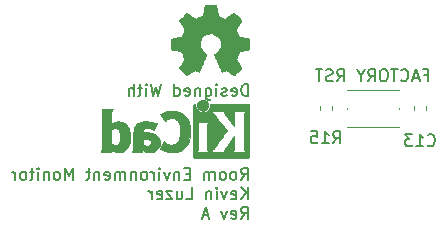
<source format=gbr>
G04 #@! TF.GenerationSoftware,KiCad,Pcbnew,(5.1.6-0-10_14)*
G04 #@! TF.CreationDate,2020-08-17T21:28:21-06:00*
G04 #@! TF.ProjectId,pcb,7063622e-6b69-4636-9164-5f7063625858,rev?*
G04 #@! TF.SameCoordinates,Original*
G04 #@! TF.FileFunction,Legend,Bot*
G04 #@! TF.FilePolarity,Positive*
%FSLAX46Y46*%
G04 Gerber Fmt 4.6, Leading zero omitted, Abs format (unit mm)*
G04 Created by KiCad (PCBNEW (5.1.6-0-10_14)) date 2020-08-17 21:28:21*
%MOMM*%
%LPD*%
G01*
G04 APERTURE LIST*
%ADD10C,0.150000*%
%ADD11C,0.010000*%
%ADD12C,0.120000*%
G04 APERTURE END LIST*
D10*
X75858142Y-70928571D02*
X76191476Y-70928571D01*
X76191476Y-71452380D02*
X76191476Y-70452380D01*
X75715285Y-70452380D01*
X75381952Y-71166666D02*
X74905761Y-71166666D01*
X75477190Y-71452380D02*
X75143857Y-70452380D01*
X74810523Y-71452380D01*
X73905761Y-71357142D02*
X73953380Y-71404761D01*
X74096238Y-71452380D01*
X74191476Y-71452380D01*
X74334333Y-71404761D01*
X74429571Y-71309523D01*
X74477190Y-71214285D01*
X74524809Y-71023809D01*
X74524809Y-70880952D01*
X74477190Y-70690476D01*
X74429571Y-70595238D01*
X74334333Y-70500000D01*
X74191476Y-70452380D01*
X74096238Y-70452380D01*
X73953380Y-70500000D01*
X73905761Y-70547619D01*
X73620047Y-70452380D02*
X73048619Y-70452380D01*
X73334333Y-71452380D02*
X73334333Y-70452380D01*
X72524809Y-70452380D02*
X72334333Y-70452380D01*
X72239095Y-70500000D01*
X72143857Y-70595238D01*
X72096238Y-70785714D01*
X72096238Y-71119047D01*
X72143857Y-71309523D01*
X72239095Y-71404761D01*
X72334333Y-71452380D01*
X72524809Y-71452380D01*
X72620047Y-71404761D01*
X72715285Y-71309523D01*
X72762904Y-71119047D01*
X72762904Y-70785714D01*
X72715285Y-70595238D01*
X72620047Y-70500000D01*
X72524809Y-70452380D01*
X71096238Y-71452380D02*
X71429571Y-70976190D01*
X71667666Y-71452380D02*
X71667666Y-70452380D01*
X71286714Y-70452380D01*
X71191476Y-70500000D01*
X71143857Y-70547619D01*
X71096238Y-70642857D01*
X71096238Y-70785714D01*
X71143857Y-70880952D01*
X71191476Y-70928571D01*
X71286714Y-70976190D01*
X71667666Y-70976190D01*
X70477190Y-70976190D02*
X70477190Y-71452380D01*
X70810523Y-70452380D02*
X70477190Y-70976190D01*
X70143857Y-70452380D01*
X68477190Y-71452380D02*
X68810523Y-70976190D01*
X69048619Y-71452380D02*
X69048619Y-70452380D01*
X68667666Y-70452380D01*
X68572428Y-70500000D01*
X68524809Y-70547619D01*
X68477190Y-70642857D01*
X68477190Y-70785714D01*
X68524809Y-70880952D01*
X68572428Y-70928571D01*
X68667666Y-70976190D01*
X69048619Y-70976190D01*
X68096238Y-71404761D02*
X67953380Y-71452380D01*
X67715285Y-71452380D01*
X67620047Y-71404761D01*
X67572428Y-71357142D01*
X67524809Y-71261904D01*
X67524809Y-71166666D01*
X67572428Y-71071428D01*
X67620047Y-71023809D01*
X67715285Y-70976190D01*
X67905761Y-70928571D01*
X68001000Y-70880952D01*
X68048619Y-70833333D01*
X68096238Y-70738095D01*
X68096238Y-70642857D01*
X68048619Y-70547619D01*
X68001000Y-70500000D01*
X67905761Y-70452380D01*
X67667666Y-70452380D01*
X67524809Y-70500000D01*
X67239095Y-70452380D02*
X66667666Y-70452380D01*
X66953380Y-71452380D02*
X66953380Y-70452380D01*
X60928571Y-72702380D02*
X60928571Y-71702380D01*
X60690476Y-71702380D01*
X60547619Y-71750000D01*
X60452380Y-71845238D01*
X60404761Y-71940476D01*
X60357142Y-72130952D01*
X60357142Y-72273809D01*
X60404761Y-72464285D01*
X60452380Y-72559523D01*
X60547619Y-72654761D01*
X60690476Y-72702380D01*
X60928571Y-72702380D01*
X59547619Y-72654761D02*
X59642857Y-72702380D01*
X59833333Y-72702380D01*
X59928571Y-72654761D01*
X59976190Y-72559523D01*
X59976190Y-72178571D01*
X59928571Y-72083333D01*
X59833333Y-72035714D01*
X59642857Y-72035714D01*
X59547619Y-72083333D01*
X59500000Y-72178571D01*
X59500000Y-72273809D01*
X59976190Y-72369047D01*
X59119047Y-72654761D02*
X59023809Y-72702380D01*
X58833333Y-72702380D01*
X58738095Y-72654761D01*
X58690476Y-72559523D01*
X58690476Y-72511904D01*
X58738095Y-72416666D01*
X58833333Y-72369047D01*
X58976190Y-72369047D01*
X59071428Y-72321428D01*
X59119047Y-72226190D01*
X59119047Y-72178571D01*
X59071428Y-72083333D01*
X58976190Y-72035714D01*
X58833333Y-72035714D01*
X58738095Y-72083333D01*
X58261904Y-72702380D02*
X58261904Y-72035714D01*
X58261904Y-71702380D02*
X58309523Y-71750000D01*
X58261904Y-71797619D01*
X58214285Y-71750000D01*
X58261904Y-71702380D01*
X58261904Y-71797619D01*
X57357142Y-72035714D02*
X57357142Y-72845238D01*
X57404761Y-72940476D01*
X57452380Y-72988095D01*
X57547619Y-73035714D01*
X57690476Y-73035714D01*
X57785714Y-72988095D01*
X57357142Y-72654761D02*
X57452380Y-72702380D01*
X57642857Y-72702380D01*
X57738095Y-72654761D01*
X57785714Y-72607142D01*
X57833333Y-72511904D01*
X57833333Y-72226190D01*
X57785714Y-72130952D01*
X57738095Y-72083333D01*
X57642857Y-72035714D01*
X57452380Y-72035714D01*
X57357142Y-72083333D01*
X56880952Y-72035714D02*
X56880952Y-72702380D01*
X56880952Y-72130952D02*
X56833333Y-72083333D01*
X56738095Y-72035714D01*
X56595238Y-72035714D01*
X56500000Y-72083333D01*
X56452380Y-72178571D01*
X56452380Y-72702380D01*
X55595238Y-72654761D02*
X55690476Y-72702380D01*
X55880952Y-72702380D01*
X55976190Y-72654761D01*
X56023809Y-72559523D01*
X56023809Y-72178571D01*
X55976190Y-72083333D01*
X55880952Y-72035714D01*
X55690476Y-72035714D01*
X55595238Y-72083333D01*
X55547619Y-72178571D01*
X55547619Y-72273809D01*
X56023809Y-72369047D01*
X54690476Y-72702380D02*
X54690476Y-71702380D01*
X54690476Y-72654761D02*
X54785714Y-72702380D01*
X54976190Y-72702380D01*
X55071428Y-72654761D01*
X55119047Y-72607142D01*
X55166666Y-72511904D01*
X55166666Y-72226190D01*
X55119047Y-72130952D01*
X55071428Y-72083333D01*
X54976190Y-72035714D01*
X54785714Y-72035714D01*
X54690476Y-72083333D01*
X53547619Y-71702380D02*
X53309523Y-72702380D01*
X53119047Y-71988095D01*
X52928571Y-72702380D01*
X52690476Y-71702380D01*
X52309523Y-72702380D02*
X52309523Y-72035714D01*
X52309523Y-71702380D02*
X52357142Y-71750000D01*
X52309523Y-71797619D01*
X52261904Y-71750000D01*
X52309523Y-71702380D01*
X52309523Y-71797619D01*
X51976190Y-72035714D02*
X51595238Y-72035714D01*
X51833333Y-71702380D02*
X51833333Y-72559523D01*
X51785714Y-72654761D01*
X51690476Y-72702380D01*
X51595238Y-72702380D01*
X51261904Y-72702380D02*
X51261904Y-71702380D01*
X50833333Y-72702380D02*
X50833333Y-72178571D01*
X50880952Y-72083333D01*
X50976190Y-72035714D01*
X51119047Y-72035714D01*
X51214285Y-72083333D01*
X51261904Y-72130952D01*
X60342976Y-79802380D02*
X60676309Y-79326190D01*
X60914404Y-79802380D02*
X60914404Y-78802380D01*
X60533452Y-78802380D01*
X60438214Y-78850000D01*
X60390595Y-78897619D01*
X60342976Y-78992857D01*
X60342976Y-79135714D01*
X60390595Y-79230952D01*
X60438214Y-79278571D01*
X60533452Y-79326190D01*
X60914404Y-79326190D01*
X59771547Y-79802380D02*
X59866785Y-79754761D01*
X59914404Y-79707142D01*
X59962023Y-79611904D01*
X59962023Y-79326190D01*
X59914404Y-79230952D01*
X59866785Y-79183333D01*
X59771547Y-79135714D01*
X59628690Y-79135714D01*
X59533452Y-79183333D01*
X59485833Y-79230952D01*
X59438214Y-79326190D01*
X59438214Y-79611904D01*
X59485833Y-79707142D01*
X59533452Y-79754761D01*
X59628690Y-79802380D01*
X59771547Y-79802380D01*
X58866785Y-79802380D02*
X58962023Y-79754761D01*
X59009642Y-79707142D01*
X59057261Y-79611904D01*
X59057261Y-79326190D01*
X59009642Y-79230952D01*
X58962023Y-79183333D01*
X58866785Y-79135714D01*
X58723928Y-79135714D01*
X58628690Y-79183333D01*
X58581071Y-79230952D01*
X58533452Y-79326190D01*
X58533452Y-79611904D01*
X58581071Y-79707142D01*
X58628690Y-79754761D01*
X58723928Y-79802380D01*
X58866785Y-79802380D01*
X58104880Y-79802380D02*
X58104880Y-79135714D01*
X58104880Y-79230952D02*
X58057261Y-79183333D01*
X57962023Y-79135714D01*
X57819166Y-79135714D01*
X57723928Y-79183333D01*
X57676309Y-79278571D01*
X57676309Y-79802380D01*
X57676309Y-79278571D02*
X57628690Y-79183333D01*
X57533452Y-79135714D01*
X57390595Y-79135714D01*
X57295357Y-79183333D01*
X57247738Y-79278571D01*
X57247738Y-79802380D01*
X56009642Y-79278571D02*
X55676309Y-79278571D01*
X55533452Y-79802380D02*
X56009642Y-79802380D01*
X56009642Y-78802380D01*
X55533452Y-78802380D01*
X55104880Y-79135714D02*
X55104880Y-79802380D01*
X55104880Y-79230952D02*
X55057261Y-79183333D01*
X54962023Y-79135714D01*
X54819166Y-79135714D01*
X54723928Y-79183333D01*
X54676309Y-79278571D01*
X54676309Y-79802380D01*
X54295357Y-79135714D02*
X54057261Y-79802380D01*
X53819166Y-79135714D01*
X53438214Y-79802380D02*
X53438214Y-79135714D01*
X53438214Y-78802380D02*
X53485833Y-78850000D01*
X53438214Y-78897619D01*
X53390595Y-78850000D01*
X53438214Y-78802380D01*
X53438214Y-78897619D01*
X52962023Y-79802380D02*
X52962023Y-79135714D01*
X52962023Y-79326190D02*
X52914404Y-79230952D01*
X52866785Y-79183333D01*
X52771547Y-79135714D01*
X52676309Y-79135714D01*
X52200119Y-79802380D02*
X52295357Y-79754761D01*
X52342976Y-79707142D01*
X52390595Y-79611904D01*
X52390595Y-79326190D01*
X52342976Y-79230952D01*
X52295357Y-79183333D01*
X52200119Y-79135714D01*
X52057261Y-79135714D01*
X51962023Y-79183333D01*
X51914404Y-79230952D01*
X51866785Y-79326190D01*
X51866785Y-79611904D01*
X51914404Y-79707142D01*
X51962023Y-79754761D01*
X52057261Y-79802380D01*
X52200119Y-79802380D01*
X51438214Y-79135714D02*
X51438214Y-79802380D01*
X51438214Y-79230952D02*
X51390595Y-79183333D01*
X51295357Y-79135714D01*
X51152500Y-79135714D01*
X51057261Y-79183333D01*
X51009642Y-79278571D01*
X51009642Y-79802380D01*
X50533452Y-79802380D02*
X50533452Y-79135714D01*
X50533452Y-79230952D02*
X50485833Y-79183333D01*
X50390595Y-79135714D01*
X50247738Y-79135714D01*
X50152500Y-79183333D01*
X50104880Y-79278571D01*
X50104880Y-79802380D01*
X50104880Y-79278571D02*
X50057261Y-79183333D01*
X49962023Y-79135714D01*
X49819166Y-79135714D01*
X49723928Y-79183333D01*
X49676309Y-79278571D01*
X49676309Y-79802380D01*
X48819166Y-79754761D02*
X48914404Y-79802380D01*
X49104880Y-79802380D01*
X49200119Y-79754761D01*
X49247738Y-79659523D01*
X49247738Y-79278571D01*
X49200119Y-79183333D01*
X49104880Y-79135714D01*
X48914404Y-79135714D01*
X48819166Y-79183333D01*
X48771547Y-79278571D01*
X48771547Y-79373809D01*
X49247738Y-79469047D01*
X48342976Y-79135714D02*
X48342976Y-79802380D01*
X48342976Y-79230952D02*
X48295357Y-79183333D01*
X48200119Y-79135714D01*
X48057261Y-79135714D01*
X47962023Y-79183333D01*
X47914404Y-79278571D01*
X47914404Y-79802380D01*
X47581071Y-79135714D02*
X47200119Y-79135714D01*
X47438214Y-78802380D02*
X47438214Y-79659523D01*
X47390595Y-79754761D01*
X47295357Y-79802380D01*
X47200119Y-79802380D01*
X46104880Y-79802380D02*
X46104880Y-78802380D01*
X45771547Y-79516666D01*
X45438214Y-78802380D01*
X45438214Y-79802380D01*
X44819166Y-79802380D02*
X44914404Y-79754761D01*
X44962023Y-79707142D01*
X45009642Y-79611904D01*
X45009642Y-79326190D01*
X44962023Y-79230952D01*
X44914404Y-79183333D01*
X44819166Y-79135714D01*
X44676309Y-79135714D01*
X44581071Y-79183333D01*
X44533452Y-79230952D01*
X44485833Y-79326190D01*
X44485833Y-79611904D01*
X44533452Y-79707142D01*
X44581071Y-79754761D01*
X44676309Y-79802380D01*
X44819166Y-79802380D01*
X44057261Y-79135714D02*
X44057261Y-79802380D01*
X44057261Y-79230952D02*
X44009642Y-79183333D01*
X43914404Y-79135714D01*
X43771547Y-79135714D01*
X43676309Y-79183333D01*
X43628690Y-79278571D01*
X43628690Y-79802380D01*
X43152500Y-79802380D02*
X43152500Y-79135714D01*
X43152500Y-78802380D02*
X43200119Y-78850000D01*
X43152500Y-78897619D01*
X43104880Y-78850000D01*
X43152500Y-78802380D01*
X43152500Y-78897619D01*
X42819166Y-79135714D02*
X42438214Y-79135714D01*
X42676309Y-78802380D02*
X42676309Y-79659523D01*
X42628690Y-79754761D01*
X42533452Y-79802380D01*
X42438214Y-79802380D01*
X41962023Y-79802380D02*
X42057261Y-79754761D01*
X42104880Y-79707142D01*
X42152500Y-79611904D01*
X42152500Y-79326190D01*
X42104880Y-79230952D01*
X42057261Y-79183333D01*
X41962023Y-79135714D01*
X41819166Y-79135714D01*
X41723928Y-79183333D01*
X41676309Y-79230952D01*
X41628690Y-79326190D01*
X41628690Y-79611904D01*
X41676309Y-79707142D01*
X41723928Y-79754761D01*
X41819166Y-79802380D01*
X41962023Y-79802380D01*
X41200119Y-79802380D02*
X41200119Y-79135714D01*
X41200119Y-79326190D02*
X41152500Y-79230952D01*
X41104880Y-79183333D01*
X41009642Y-79135714D01*
X40914404Y-79135714D01*
X60914404Y-81452380D02*
X60914404Y-80452380D01*
X60342976Y-81452380D02*
X60771547Y-80880952D01*
X60342976Y-80452380D02*
X60914404Y-81023809D01*
X59533452Y-81404761D02*
X59628690Y-81452380D01*
X59819166Y-81452380D01*
X59914404Y-81404761D01*
X59962023Y-81309523D01*
X59962023Y-80928571D01*
X59914404Y-80833333D01*
X59819166Y-80785714D01*
X59628690Y-80785714D01*
X59533452Y-80833333D01*
X59485833Y-80928571D01*
X59485833Y-81023809D01*
X59962023Y-81119047D01*
X59152500Y-80785714D02*
X58914404Y-81452380D01*
X58676309Y-80785714D01*
X58295357Y-81452380D02*
X58295357Y-80785714D01*
X58295357Y-80452380D02*
X58342976Y-80500000D01*
X58295357Y-80547619D01*
X58247738Y-80500000D01*
X58295357Y-80452380D01*
X58295357Y-80547619D01*
X57819166Y-80785714D02*
X57819166Y-81452380D01*
X57819166Y-80880952D02*
X57771547Y-80833333D01*
X57676309Y-80785714D01*
X57533452Y-80785714D01*
X57438214Y-80833333D01*
X57390595Y-80928571D01*
X57390595Y-81452380D01*
X55676309Y-81452380D02*
X56152500Y-81452380D01*
X56152500Y-80452380D01*
X54914404Y-80785714D02*
X54914404Y-81452380D01*
X55342976Y-80785714D02*
X55342976Y-81309523D01*
X55295357Y-81404761D01*
X55200119Y-81452380D01*
X55057261Y-81452380D01*
X54962023Y-81404761D01*
X54914404Y-81357142D01*
X54533452Y-80785714D02*
X54009642Y-80785714D01*
X54533452Y-81452380D01*
X54009642Y-81452380D01*
X53247738Y-81404761D02*
X53342976Y-81452380D01*
X53533452Y-81452380D01*
X53628690Y-81404761D01*
X53676309Y-81309523D01*
X53676309Y-80928571D01*
X53628690Y-80833333D01*
X53533452Y-80785714D01*
X53342976Y-80785714D01*
X53247738Y-80833333D01*
X53200119Y-80928571D01*
X53200119Y-81023809D01*
X53676309Y-81119047D01*
X52771547Y-81452380D02*
X52771547Y-80785714D01*
X52771547Y-80976190D02*
X52723928Y-80880952D01*
X52676309Y-80833333D01*
X52581071Y-80785714D01*
X52485833Y-80785714D01*
X60342976Y-83102380D02*
X60676309Y-82626190D01*
X60914404Y-83102380D02*
X60914404Y-82102380D01*
X60533452Y-82102380D01*
X60438214Y-82150000D01*
X60390595Y-82197619D01*
X60342976Y-82292857D01*
X60342976Y-82435714D01*
X60390595Y-82530952D01*
X60438214Y-82578571D01*
X60533452Y-82626190D01*
X60914404Y-82626190D01*
X59533452Y-83054761D02*
X59628690Y-83102380D01*
X59819166Y-83102380D01*
X59914404Y-83054761D01*
X59962023Y-82959523D01*
X59962023Y-82578571D01*
X59914404Y-82483333D01*
X59819166Y-82435714D01*
X59628690Y-82435714D01*
X59533452Y-82483333D01*
X59485833Y-82578571D01*
X59485833Y-82673809D01*
X59962023Y-82769047D01*
X59152500Y-82435714D02*
X58914404Y-83102380D01*
X58676309Y-82435714D01*
X57581071Y-82816666D02*
X57104880Y-82816666D01*
X57676309Y-83102380D02*
X57342976Y-82102380D01*
X57009642Y-83102380D01*
D11*
G36*
X57194186Y-65468931D02*
G01*
X57110365Y-65913555D01*
X56801080Y-66041053D01*
X56491794Y-66168551D01*
X56120754Y-65916246D01*
X56016843Y-65845996D01*
X55922913Y-65783272D01*
X55843348Y-65730938D01*
X55782530Y-65691857D01*
X55744843Y-65668893D01*
X55734579Y-65663942D01*
X55716090Y-65676676D01*
X55676580Y-65711882D01*
X55620478Y-65765062D01*
X55552213Y-65831718D01*
X55476214Y-65907354D01*
X55396908Y-65987472D01*
X55318725Y-66067574D01*
X55246093Y-66143164D01*
X55183441Y-66209745D01*
X55135197Y-66262818D01*
X55105790Y-66297887D01*
X55098759Y-66309623D01*
X55108877Y-66331260D01*
X55137241Y-66378662D01*
X55180871Y-66447193D01*
X55236782Y-66532215D01*
X55301994Y-66629093D01*
X55339781Y-66684350D01*
X55408657Y-66785248D01*
X55469860Y-66876299D01*
X55520422Y-66952970D01*
X55557372Y-67010728D01*
X55577742Y-67045043D01*
X55580803Y-67052254D01*
X55573864Y-67072748D01*
X55554949Y-67120513D01*
X55526913Y-67188832D01*
X55492609Y-67270989D01*
X55454891Y-67360270D01*
X55416613Y-67449958D01*
X55380630Y-67533338D01*
X55349794Y-67603694D01*
X55326961Y-67654310D01*
X55314983Y-67678471D01*
X55314276Y-67679422D01*
X55295469Y-67684036D01*
X55245382Y-67694328D01*
X55169207Y-67709287D01*
X55072135Y-67727901D01*
X54959357Y-67749159D01*
X54893558Y-67761418D01*
X54773050Y-67784362D01*
X54664203Y-67806195D01*
X54572524Y-67825722D01*
X54503519Y-67841748D01*
X54462696Y-67853079D01*
X54454489Y-67856674D01*
X54446452Y-67881006D01*
X54439967Y-67935959D01*
X54435030Y-68015108D01*
X54431636Y-68112026D01*
X54429782Y-68220287D01*
X54429462Y-68333465D01*
X54430673Y-68445135D01*
X54433410Y-68548868D01*
X54437669Y-68638241D01*
X54443445Y-68706826D01*
X54450733Y-68748197D01*
X54455105Y-68756810D01*
X54481236Y-68767133D01*
X54536607Y-68781892D01*
X54613893Y-68799352D01*
X54705770Y-68817780D01*
X54737842Y-68823741D01*
X54892476Y-68852066D01*
X55014625Y-68874876D01*
X55108327Y-68893080D01*
X55177616Y-68907583D01*
X55226529Y-68919292D01*
X55259103Y-68929115D01*
X55279372Y-68937956D01*
X55291374Y-68946724D01*
X55293053Y-68948457D01*
X55309816Y-68976371D01*
X55335386Y-69030695D01*
X55367212Y-69104777D01*
X55402740Y-69191965D01*
X55439417Y-69285608D01*
X55474689Y-69379052D01*
X55506004Y-69465647D01*
X55530807Y-69538740D01*
X55546546Y-69591678D01*
X55550668Y-69617811D01*
X55550324Y-69618726D01*
X55536359Y-69640086D01*
X55504678Y-69687084D01*
X55458609Y-69754827D01*
X55401482Y-69838423D01*
X55336627Y-69932982D01*
X55318157Y-69959854D01*
X55252301Y-70057275D01*
X55194350Y-70146163D01*
X55147462Y-70221412D01*
X55114793Y-70277920D01*
X55099500Y-70310581D01*
X55098759Y-70314593D01*
X55111608Y-70335684D01*
X55147112Y-70377464D01*
X55200707Y-70435445D01*
X55267829Y-70505135D01*
X55343913Y-70582045D01*
X55424396Y-70661683D01*
X55504713Y-70739561D01*
X55580301Y-70811186D01*
X55646595Y-70872070D01*
X55699031Y-70917721D01*
X55733045Y-70943650D01*
X55742455Y-70947883D01*
X55764357Y-70937912D01*
X55809200Y-70911020D01*
X55869679Y-70871736D01*
X55916211Y-70840117D01*
X56000525Y-70782098D01*
X56100374Y-70713784D01*
X56200527Y-70645579D01*
X56254373Y-70609075D01*
X56436629Y-70485800D01*
X56589619Y-70568520D01*
X56659318Y-70604759D01*
X56718586Y-70632926D01*
X56758689Y-70648991D01*
X56768897Y-70651226D01*
X56781171Y-70634722D01*
X56805387Y-70588082D01*
X56839737Y-70515609D01*
X56882412Y-70421606D01*
X56931606Y-70310374D01*
X56985510Y-70186215D01*
X57042316Y-70053432D01*
X57100218Y-69916327D01*
X57157407Y-69779202D01*
X57212076Y-69646358D01*
X57262416Y-69522098D01*
X57306620Y-69410725D01*
X57342881Y-69316539D01*
X57369391Y-69243844D01*
X57384342Y-69196941D01*
X57386746Y-69180833D01*
X57367689Y-69160286D01*
X57325964Y-69126933D01*
X57270294Y-69087702D01*
X57265622Y-69084599D01*
X57121736Y-68969423D01*
X57005717Y-68835053D01*
X56918570Y-68685784D01*
X56861301Y-68525913D01*
X56834914Y-68359737D01*
X56840415Y-68191552D01*
X56878810Y-68025655D01*
X56951105Y-67866342D01*
X56972374Y-67831487D01*
X57083004Y-67690737D01*
X57213698Y-67577714D01*
X57359936Y-67493003D01*
X57517192Y-67437194D01*
X57680943Y-67410874D01*
X57846667Y-67414630D01*
X58009838Y-67449050D01*
X58165935Y-67514723D01*
X58310433Y-67612235D01*
X58355131Y-67651813D01*
X58468888Y-67775703D01*
X58551782Y-67906124D01*
X58608644Y-68052315D01*
X58640313Y-68197088D01*
X58648131Y-68359860D01*
X58622062Y-68523440D01*
X58564755Y-68682298D01*
X58478856Y-68830906D01*
X58367014Y-68963735D01*
X58231877Y-69075256D01*
X58214117Y-69087011D01*
X58157850Y-69125508D01*
X58115077Y-69158863D01*
X58094628Y-69180160D01*
X58094331Y-69180833D01*
X58098721Y-69203871D01*
X58116124Y-69256157D01*
X58144732Y-69333390D01*
X58182735Y-69431268D01*
X58228326Y-69545491D01*
X58279697Y-69671758D01*
X58335038Y-69805767D01*
X58392542Y-69943218D01*
X58450399Y-70079808D01*
X58506802Y-70211237D01*
X58559942Y-70333205D01*
X58608010Y-70441409D01*
X58649199Y-70531549D01*
X58681699Y-70599323D01*
X58703703Y-70640430D01*
X58712564Y-70651226D01*
X58739640Y-70642819D01*
X58790303Y-70620272D01*
X58855817Y-70587613D01*
X58891841Y-70568520D01*
X59044832Y-70485800D01*
X59227088Y-70609075D01*
X59320125Y-70672228D01*
X59421985Y-70741727D01*
X59517438Y-70807165D01*
X59565250Y-70840117D01*
X59632495Y-70885273D01*
X59689436Y-70921057D01*
X59728646Y-70942938D01*
X59741381Y-70947563D01*
X59759917Y-70935085D01*
X59800941Y-70900252D01*
X59860475Y-70846678D01*
X59934542Y-70777983D01*
X60019165Y-70697781D01*
X60072685Y-70646286D01*
X60166319Y-70554286D01*
X60247241Y-70471999D01*
X60312177Y-70402945D01*
X60357858Y-70350644D01*
X60381011Y-70318616D01*
X60383232Y-70312116D01*
X60372924Y-70287394D01*
X60344439Y-70237405D01*
X60300937Y-70167212D01*
X60245577Y-70081875D01*
X60181520Y-69986456D01*
X60163303Y-69959854D01*
X60096927Y-69863167D01*
X60037378Y-69776117D01*
X59987984Y-69703595D01*
X59952075Y-69650493D01*
X59932981Y-69621703D01*
X59931136Y-69618726D01*
X59933895Y-69595782D01*
X59948538Y-69545336D01*
X59972513Y-69474041D01*
X60003266Y-69388547D01*
X60038244Y-69295507D01*
X60074893Y-69201574D01*
X60110661Y-69113399D01*
X60142994Y-69037634D01*
X60169338Y-68980931D01*
X60187142Y-68949943D01*
X60188407Y-68948457D01*
X60199294Y-68939601D01*
X60217682Y-68930843D01*
X60247606Y-68921277D01*
X60293103Y-68909996D01*
X60358209Y-68896093D01*
X60446961Y-68878663D01*
X60563393Y-68856798D01*
X60711542Y-68829591D01*
X60743618Y-68823741D01*
X60838686Y-68805374D01*
X60921565Y-68787405D01*
X60984930Y-68771569D01*
X61021458Y-68759600D01*
X61026356Y-68756810D01*
X61034427Y-68732072D01*
X61040987Y-68676790D01*
X61046033Y-68597389D01*
X61049559Y-68500296D01*
X61051561Y-68391938D01*
X61052036Y-68278740D01*
X61050977Y-68167128D01*
X61048382Y-68063529D01*
X61044246Y-67974368D01*
X61038563Y-67906072D01*
X61031331Y-67865066D01*
X61026971Y-67856674D01*
X61002698Y-67848208D01*
X60947426Y-67834435D01*
X60866662Y-67816550D01*
X60765912Y-67795748D01*
X60650683Y-67773223D01*
X60587902Y-67761418D01*
X60468787Y-67739151D01*
X60362565Y-67718979D01*
X60274427Y-67701915D01*
X60209566Y-67688969D01*
X60173174Y-67681155D01*
X60167184Y-67679422D01*
X60157061Y-67659890D01*
X60135662Y-67612843D01*
X60105839Y-67545003D01*
X60070445Y-67463091D01*
X60032332Y-67373828D01*
X59994353Y-67283935D01*
X59959360Y-67200135D01*
X59930206Y-67129147D01*
X59909743Y-67077694D01*
X59900823Y-67052497D01*
X59900657Y-67051396D01*
X59910769Y-67031519D01*
X59939117Y-66985777D01*
X59982723Y-66918717D01*
X60038606Y-66834884D01*
X60103787Y-66738826D01*
X60141679Y-66683650D01*
X60210725Y-66582481D01*
X60272050Y-66490630D01*
X60322663Y-66412744D01*
X60359571Y-66353469D01*
X60379782Y-66317451D01*
X60382701Y-66309377D01*
X60370153Y-66290584D01*
X60335463Y-66250457D01*
X60283063Y-66193493D01*
X60217384Y-66124185D01*
X60142856Y-66047031D01*
X60063913Y-65966525D01*
X59984983Y-65887163D01*
X59910500Y-65813440D01*
X59844894Y-65749852D01*
X59792596Y-65700894D01*
X59758039Y-65671061D01*
X59746478Y-65663942D01*
X59727654Y-65673953D01*
X59682631Y-65702078D01*
X59615787Y-65745454D01*
X59531499Y-65801218D01*
X59434144Y-65866506D01*
X59360707Y-65916246D01*
X58989667Y-66168551D01*
X58371095Y-65913555D01*
X58287275Y-65468931D01*
X58203454Y-65024307D01*
X57278006Y-65024307D01*
X57194186Y-65468931D01*
G37*
X57194186Y-65468931D02*
X57110365Y-65913555D01*
X56801080Y-66041053D01*
X56491794Y-66168551D01*
X56120754Y-65916246D01*
X56016843Y-65845996D01*
X55922913Y-65783272D01*
X55843348Y-65730938D01*
X55782530Y-65691857D01*
X55744843Y-65668893D01*
X55734579Y-65663942D01*
X55716090Y-65676676D01*
X55676580Y-65711882D01*
X55620478Y-65765062D01*
X55552213Y-65831718D01*
X55476214Y-65907354D01*
X55396908Y-65987472D01*
X55318725Y-66067574D01*
X55246093Y-66143164D01*
X55183441Y-66209745D01*
X55135197Y-66262818D01*
X55105790Y-66297887D01*
X55098759Y-66309623D01*
X55108877Y-66331260D01*
X55137241Y-66378662D01*
X55180871Y-66447193D01*
X55236782Y-66532215D01*
X55301994Y-66629093D01*
X55339781Y-66684350D01*
X55408657Y-66785248D01*
X55469860Y-66876299D01*
X55520422Y-66952970D01*
X55557372Y-67010728D01*
X55577742Y-67045043D01*
X55580803Y-67052254D01*
X55573864Y-67072748D01*
X55554949Y-67120513D01*
X55526913Y-67188832D01*
X55492609Y-67270989D01*
X55454891Y-67360270D01*
X55416613Y-67449958D01*
X55380630Y-67533338D01*
X55349794Y-67603694D01*
X55326961Y-67654310D01*
X55314983Y-67678471D01*
X55314276Y-67679422D01*
X55295469Y-67684036D01*
X55245382Y-67694328D01*
X55169207Y-67709287D01*
X55072135Y-67727901D01*
X54959357Y-67749159D01*
X54893558Y-67761418D01*
X54773050Y-67784362D01*
X54664203Y-67806195D01*
X54572524Y-67825722D01*
X54503519Y-67841748D01*
X54462696Y-67853079D01*
X54454489Y-67856674D01*
X54446452Y-67881006D01*
X54439967Y-67935959D01*
X54435030Y-68015108D01*
X54431636Y-68112026D01*
X54429782Y-68220287D01*
X54429462Y-68333465D01*
X54430673Y-68445135D01*
X54433410Y-68548868D01*
X54437669Y-68638241D01*
X54443445Y-68706826D01*
X54450733Y-68748197D01*
X54455105Y-68756810D01*
X54481236Y-68767133D01*
X54536607Y-68781892D01*
X54613893Y-68799352D01*
X54705770Y-68817780D01*
X54737842Y-68823741D01*
X54892476Y-68852066D01*
X55014625Y-68874876D01*
X55108327Y-68893080D01*
X55177616Y-68907583D01*
X55226529Y-68919292D01*
X55259103Y-68929115D01*
X55279372Y-68937956D01*
X55291374Y-68946724D01*
X55293053Y-68948457D01*
X55309816Y-68976371D01*
X55335386Y-69030695D01*
X55367212Y-69104777D01*
X55402740Y-69191965D01*
X55439417Y-69285608D01*
X55474689Y-69379052D01*
X55506004Y-69465647D01*
X55530807Y-69538740D01*
X55546546Y-69591678D01*
X55550668Y-69617811D01*
X55550324Y-69618726D01*
X55536359Y-69640086D01*
X55504678Y-69687084D01*
X55458609Y-69754827D01*
X55401482Y-69838423D01*
X55336627Y-69932982D01*
X55318157Y-69959854D01*
X55252301Y-70057275D01*
X55194350Y-70146163D01*
X55147462Y-70221412D01*
X55114793Y-70277920D01*
X55099500Y-70310581D01*
X55098759Y-70314593D01*
X55111608Y-70335684D01*
X55147112Y-70377464D01*
X55200707Y-70435445D01*
X55267829Y-70505135D01*
X55343913Y-70582045D01*
X55424396Y-70661683D01*
X55504713Y-70739561D01*
X55580301Y-70811186D01*
X55646595Y-70872070D01*
X55699031Y-70917721D01*
X55733045Y-70943650D01*
X55742455Y-70947883D01*
X55764357Y-70937912D01*
X55809200Y-70911020D01*
X55869679Y-70871736D01*
X55916211Y-70840117D01*
X56000525Y-70782098D01*
X56100374Y-70713784D01*
X56200527Y-70645579D01*
X56254373Y-70609075D01*
X56436629Y-70485800D01*
X56589619Y-70568520D01*
X56659318Y-70604759D01*
X56718586Y-70632926D01*
X56758689Y-70648991D01*
X56768897Y-70651226D01*
X56781171Y-70634722D01*
X56805387Y-70588082D01*
X56839737Y-70515609D01*
X56882412Y-70421606D01*
X56931606Y-70310374D01*
X56985510Y-70186215D01*
X57042316Y-70053432D01*
X57100218Y-69916327D01*
X57157407Y-69779202D01*
X57212076Y-69646358D01*
X57262416Y-69522098D01*
X57306620Y-69410725D01*
X57342881Y-69316539D01*
X57369391Y-69243844D01*
X57384342Y-69196941D01*
X57386746Y-69180833D01*
X57367689Y-69160286D01*
X57325964Y-69126933D01*
X57270294Y-69087702D01*
X57265622Y-69084599D01*
X57121736Y-68969423D01*
X57005717Y-68835053D01*
X56918570Y-68685784D01*
X56861301Y-68525913D01*
X56834914Y-68359737D01*
X56840415Y-68191552D01*
X56878810Y-68025655D01*
X56951105Y-67866342D01*
X56972374Y-67831487D01*
X57083004Y-67690737D01*
X57213698Y-67577714D01*
X57359936Y-67493003D01*
X57517192Y-67437194D01*
X57680943Y-67410874D01*
X57846667Y-67414630D01*
X58009838Y-67449050D01*
X58165935Y-67514723D01*
X58310433Y-67612235D01*
X58355131Y-67651813D01*
X58468888Y-67775703D01*
X58551782Y-67906124D01*
X58608644Y-68052315D01*
X58640313Y-68197088D01*
X58648131Y-68359860D01*
X58622062Y-68523440D01*
X58564755Y-68682298D01*
X58478856Y-68830906D01*
X58367014Y-68963735D01*
X58231877Y-69075256D01*
X58214117Y-69087011D01*
X58157850Y-69125508D01*
X58115077Y-69158863D01*
X58094628Y-69180160D01*
X58094331Y-69180833D01*
X58098721Y-69203871D01*
X58116124Y-69256157D01*
X58144732Y-69333390D01*
X58182735Y-69431268D01*
X58228326Y-69545491D01*
X58279697Y-69671758D01*
X58335038Y-69805767D01*
X58392542Y-69943218D01*
X58450399Y-70079808D01*
X58506802Y-70211237D01*
X58559942Y-70333205D01*
X58608010Y-70441409D01*
X58649199Y-70531549D01*
X58681699Y-70599323D01*
X58703703Y-70640430D01*
X58712564Y-70651226D01*
X58739640Y-70642819D01*
X58790303Y-70620272D01*
X58855817Y-70587613D01*
X58891841Y-70568520D01*
X59044832Y-70485800D01*
X59227088Y-70609075D01*
X59320125Y-70672228D01*
X59421985Y-70741727D01*
X59517438Y-70807165D01*
X59565250Y-70840117D01*
X59632495Y-70885273D01*
X59689436Y-70921057D01*
X59728646Y-70942938D01*
X59741381Y-70947563D01*
X59759917Y-70935085D01*
X59800941Y-70900252D01*
X59860475Y-70846678D01*
X59934542Y-70777983D01*
X60019165Y-70697781D01*
X60072685Y-70646286D01*
X60166319Y-70554286D01*
X60247241Y-70471999D01*
X60312177Y-70402945D01*
X60357858Y-70350644D01*
X60381011Y-70318616D01*
X60383232Y-70312116D01*
X60372924Y-70287394D01*
X60344439Y-70237405D01*
X60300937Y-70167212D01*
X60245577Y-70081875D01*
X60181520Y-69986456D01*
X60163303Y-69959854D01*
X60096927Y-69863167D01*
X60037378Y-69776117D01*
X59987984Y-69703595D01*
X59952075Y-69650493D01*
X59932981Y-69621703D01*
X59931136Y-69618726D01*
X59933895Y-69595782D01*
X59948538Y-69545336D01*
X59972513Y-69474041D01*
X60003266Y-69388547D01*
X60038244Y-69295507D01*
X60074893Y-69201574D01*
X60110661Y-69113399D01*
X60142994Y-69037634D01*
X60169338Y-68980931D01*
X60187142Y-68949943D01*
X60188407Y-68948457D01*
X60199294Y-68939601D01*
X60217682Y-68930843D01*
X60247606Y-68921277D01*
X60293103Y-68909996D01*
X60358209Y-68896093D01*
X60446961Y-68878663D01*
X60563393Y-68856798D01*
X60711542Y-68829591D01*
X60743618Y-68823741D01*
X60838686Y-68805374D01*
X60921565Y-68787405D01*
X60984930Y-68771569D01*
X61021458Y-68759600D01*
X61026356Y-68756810D01*
X61034427Y-68732072D01*
X61040987Y-68676790D01*
X61046033Y-68597389D01*
X61049559Y-68500296D01*
X61051561Y-68391938D01*
X61052036Y-68278740D01*
X61050977Y-68167128D01*
X61048382Y-68063529D01*
X61044246Y-67974368D01*
X61038563Y-67906072D01*
X61031331Y-67865066D01*
X61026971Y-67856674D01*
X61002698Y-67848208D01*
X60947426Y-67834435D01*
X60866662Y-67816550D01*
X60765912Y-67795748D01*
X60650683Y-67773223D01*
X60587902Y-67761418D01*
X60468787Y-67739151D01*
X60362565Y-67718979D01*
X60274427Y-67701915D01*
X60209566Y-67688969D01*
X60173174Y-67681155D01*
X60167184Y-67679422D01*
X60157061Y-67659890D01*
X60135662Y-67612843D01*
X60105839Y-67545003D01*
X60070445Y-67463091D01*
X60032332Y-67373828D01*
X59994353Y-67283935D01*
X59959360Y-67200135D01*
X59930206Y-67129147D01*
X59909743Y-67077694D01*
X59900823Y-67052497D01*
X59900657Y-67051396D01*
X59910769Y-67031519D01*
X59939117Y-66985777D01*
X59982723Y-66918717D01*
X60038606Y-66834884D01*
X60103787Y-66738826D01*
X60141679Y-66683650D01*
X60210725Y-66582481D01*
X60272050Y-66490630D01*
X60322663Y-66412744D01*
X60359571Y-66353469D01*
X60379782Y-66317451D01*
X60382701Y-66309377D01*
X60370153Y-66290584D01*
X60335463Y-66250457D01*
X60283063Y-66193493D01*
X60217384Y-66124185D01*
X60142856Y-66047031D01*
X60063913Y-65966525D01*
X59984983Y-65887163D01*
X59910500Y-65813440D01*
X59844894Y-65749852D01*
X59792596Y-65700894D01*
X59758039Y-65671061D01*
X59746478Y-65663942D01*
X59727654Y-65673953D01*
X59682631Y-65702078D01*
X59615787Y-65745454D01*
X59531499Y-65801218D01*
X59434144Y-65866506D01*
X59360707Y-65916246D01*
X58989667Y-66168551D01*
X58371095Y-65913555D01*
X58287275Y-65468931D01*
X58203454Y-65024307D01*
X57278006Y-65024307D01*
X57194186Y-65468931D01*
G36*
X57023043Y-73026571D02*
G01*
X56926768Y-73050809D01*
X56840184Y-73093641D01*
X56765373Y-73153419D01*
X56704418Y-73228494D01*
X56659399Y-73317220D01*
X56633136Y-73413530D01*
X56627286Y-73510795D01*
X56642140Y-73604654D01*
X56675840Y-73692511D01*
X56726528Y-73771770D01*
X56792345Y-73839836D01*
X56871434Y-73894112D01*
X56961934Y-73932002D01*
X57013200Y-73944426D01*
X57057698Y-73951947D01*
X57091999Y-73954919D01*
X57124960Y-73953094D01*
X57165434Y-73946225D01*
X57198531Y-73939250D01*
X57291947Y-73907741D01*
X57375619Y-73856617D01*
X57447665Y-73787429D01*
X57506200Y-73701728D01*
X57520148Y-73674489D01*
X57536586Y-73638122D01*
X57546894Y-73607582D01*
X57552460Y-73575450D01*
X57554669Y-73534307D01*
X57554948Y-73488222D01*
X57550861Y-73403865D01*
X57537446Y-73334586D01*
X57512256Y-73273961D01*
X57472846Y-73215567D01*
X57434298Y-73171302D01*
X57362406Y-73105484D01*
X57287313Y-73060053D01*
X57204562Y-73032850D01*
X57126928Y-73022576D01*
X57023043Y-73026571D01*
G37*
X57023043Y-73026571D02*
X56926768Y-73050809D01*
X56840184Y-73093641D01*
X56765373Y-73153419D01*
X56704418Y-73228494D01*
X56659399Y-73317220D01*
X56633136Y-73413530D01*
X56627286Y-73510795D01*
X56642140Y-73604654D01*
X56675840Y-73692511D01*
X56726528Y-73771770D01*
X56792345Y-73839836D01*
X56871434Y-73894112D01*
X56961934Y-73932002D01*
X57013200Y-73944426D01*
X57057698Y-73951947D01*
X57091999Y-73954919D01*
X57124960Y-73953094D01*
X57165434Y-73946225D01*
X57198531Y-73939250D01*
X57291947Y-73907741D01*
X57375619Y-73856617D01*
X57447665Y-73787429D01*
X57506200Y-73701728D01*
X57520148Y-73674489D01*
X57536586Y-73638122D01*
X57546894Y-73607582D01*
X57552460Y-73575450D01*
X57554669Y-73534307D01*
X57554948Y-73488222D01*
X57550861Y-73403865D01*
X57537446Y-73334586D01*
X57512256Y-73273961D01*
X57472846Y-73215567D01*
X57434298Y-73171302D01*
X57362406Y-73105484D01*
X57287313Y-73060053D01*
X57204562Y-73032850D01*
X57126928Y-73022576D01*
X57023043Y-73026571D01*
G36*
X48563493Y-75472245D02*
G01*
X48563474Y-75706662D01*
X48563448Y-75919603D01*
X48563375Y-76112168D01*
X48563218Y-76285459D01*
X48562936Y-76440576D01*
X48562491Y-76578620D01*
X48561844Y-76700692D01*
X48560955Y-76807894D01*
X48559787Y-76901326D01*
X48558299Y-76982090D01*
X48556454Y-77051286D01*
X48554211Y-77110015D01*
X48551531Y-77159379D01*
X48548377Y-77200478D01*
X48544708Y-77234413D01*
X48540487Y-77262286D01*
X48535673Y-77285198D01*
X48530227Y-77304249D01*
X48524112Y-77320540D01*
X48517288Y-77335173D01*
X48509715Y-77349249D01*
X48501355Y-77363868D01*
X48496161Y-77372974D01*
X48461896Y-77433689D01*
X49320045Y-77433689D01*
X49320045Y-77337733D01*
X49320776Y-77294370D01*
X49322728Y-77261205D01*
X49325537Y-77243424D01*
X49326779Y-77241778D01*
X49338201Y-77248662D01*
X49360916Y-77266505D01*
X49383615Y-77285879D01*
X49438200Y-77326614D01*
X49507679Y-77367617D01*
X49584730Y-77405123D01*
X49662035Y-77435364D01*
X49692887Y-77445012D01*
X49761384Y-77459578D01*
X49844236Y-77469539D01*
X49933629Y-77474583D01*
X50021752Y-77474396D01*
X50100793Y-77468666D01*
X50138489Y-77462858D01*
X50276586Y-77424797D01*
X50403887Y-77367073D01*
X50519708Y-77290211D01*
X50623363Y-77194739D01*
X50714167Y-77081179D01*
X50780969Y-76970381D01*
X50835836Y-76853625D01*
X50877837Y-76734276D01*
X50907833Y-76608283D01*
X50926689Y-76471594D01*
X50935268Y-76320158D01*
X50935994Y-76242711D01*
X50933900Y-76185934D01*
X50104783Y-76185934D01*
X50104576Y-76279002D01*
X50101663Y-76366692D01*
X50096000Y-76443772D01*
X50087545Y-76505009D01*
X50084962Y-76517350D01*
X50053160Y-76624633D01*
X50011502Y-76711658D01*
X49959637Y-76778642D01*
X49897219Y-76825805D01*
X49823900Y-76853365D01*
X49739331Y-76861541D01*
X49643165Y-76850551D01*
X49579689Y-76834829D01*
X49530546Y-76816639D01*
X49476417Y-76790791D01*
X49435756Y-76767089D01*
X49365200Y-76720721D01*
X49365200Y-75570530D01*
X49432608Y-75526962D01*
X49511133Y-75486040D01*
X49595319Y-75459389D01*
X49680443Y-75447465D01*
X49761784Y-75450722D01*
X49834620Y-75469615D01*
X49866574Y-75485184D01*
X49924499Y-75528181D01*
X49973456Y-75584953D01*
X50014610Y-75657575D01*
X50049126Y-75748121D01*
X50078167Y-75858666D01*
X50079448Y-75864533D01*
X50089619Y-75926788D01*
X50097261Y-76004594D01*
X50102330Y-76092720D01*
X50104783Y-76185934D01*
X50933900Y-76185934D01*
X50928143Y-76029895D01*
X50906198Y-75834059D01*
X50870214Y-75655332D01*
X50820241Y-75493845D01*
X50756332Y-75349726D01*
X50678538Y-75223106D01*
X50586911Y-75114115D01*
X50481503Y-75022883D01*
X50436338Y-74991932D01*
X50335389Y-74935785D01*
X50232099Y-74896174D01*
X50122011Y-74872014D01*
X50000670Y-74862219D01*
X49908164Y-74863265D01*
X49778510Y-74874231D01*
X49665916Y-74896046D01*
X49567125Y-74929714D01*
X49478879Y-74976236D01*
X49430014Y-75010448D01*
X49400647Y-75032362D01*
X49378957Y-75047333D01*
X49370747Y-75051733D01*
X49369132Y-75040904D01*
X49367841Y-75010251D01*
X49366862Y-74962526D01*
X49366183Y-74900479D01*
X49365790Y-74826862D01*
X49365670Y-74744427D01*
X49365812Y-74655925D01*
X49366203Y-74564107D01*
X49366829Y-74471724D01*
X49367680Y-74381528D01*
X49368740Y-74296271D01*
X49369999Y-74218703D01*
X49371444Y-74151576D01*
X49373062Y-74097641D01*
X49374839Y-74059650D01*
X49375331Y-74052667D01*
X49382908Y-73982251D01*
X49394469Y-73927102D01*
X49412208Y-73879981D01*
X49438318Y-73833647D01*
X49444585Y-73824067D01*
X49469017Y-73787378D01*
X48563689Y-73787378D01*
X48563493Y-75472245D01*
G37*
X48563493Y-75472245D02*
X48563474Y-75706662D01*
X48563448Y-75919603D01*
X48563375Y-76112168D01*
X48563218Y-76285459D01*
X48562936Y-76440576D01*
X48562491Y-76578620D01*
X48561844Y-76700692D01*
X48560955Y-76807894D01*
X48559787Y-76901326D01*
X48558299Y-76982090D01*
X48556454Y-77051286D01*
X48554211Y-77110015D01*
X48551531Y-77159379D01*
X48548377Y-77200478D01*
X48544708Y-77234413D01*
X48540487Y-77262286D01*
X48535673Y-77285198D01*
X48530227Y-77304249D01*
X48524112Y-77320540D01*
X48517288Y-77335173D01*
X48509715Y-77349249D01*
X48501355Y-77363868D01*
X48496161Y-77372974D01*
X48461896Y-77433689D01*
X49320045Y-77433689D01*
X49320045Y-77337733D01*
X49320776Y-77294370D01*
X49322728Y-77261205D01*
X49325537Y-77243424D01*
X49326779Y-77241778D01*
X49338201Y-77248662D01*
X49360916Y-77266505D01*
X49383615Y-77285879D01*
X49438200Y-77326614D01*
X49507679Y-77367617D01*
X49584730Y-77405123D01*
X49662035Y-77435364D01*
X49692887Y-77445012D01*
X49761384Y-77459578D01*
X49844236Y-77469539D01*
X49933629Y-77474583D01*
X50021752Y-77474396D01*
X50100793Y-77468666D01*
X50138489Y-77462858D01*
X50276586Y-77424797D01*
X50403887Y-77367073D01*
X50519708Y-77290211D01*
X50623363Y-77194739D01*
X50714167Y-77081179D01*
X50780969Y-76970381D01*
X50835836Y-76853625D01*
X50877837Y-76734276D01*
X50907833Y-76608283D01*
X50926689Y-76471594D01*
X50935268Y-76320158D01*
X50935994Y-76242711D01*
X50933900Y-76185934D01*
X50104783Y-76185934D01*
X50104576Y-76279002D01*
X50101663Y-76366692D01*
X50096000Y-76443772D01*
X50087545Y-76505009D01*
X50084962Y-76517350D01*
X50053160Y-76624633D01*
X50011502Y-76711658D01*
X49959637Y-76778642D01*
X49897219Y-76825805D01*
X49823900Y-76853365D01*
X49739331Y-76861541D01*
X49643165Y-76850551D01*
X49579689Y-76834829D01*
X49530546Y-76816639D01*
X49476417Y-76790791D01*
X49435756Y-76767089D01*
X49365200Y-76720721D01*
X49365200Y-75570530D01*
X49432608Y-75526962D01*
X49511133Y-75486040D01*
X49595319Y-75459389D01*
X49680443Y-75447465D01*
X49761784Y-75450722D01*
X49834620Y-75469615D01*
X49866574Y-75485184D01*
X49924499Y-75528181D01*
X49973456Y-75584953D01*
X50014610Y-75657575D01*
X50049126Y-75748121D01*
X50078167Y-75858666D01*
X50079448Y-75864533D01*
X50089619Y-75926788D01*
X50097261Y-76004594D01*
X50102330Y-76092720D01*
X50104783Y-76185934D01*
X50933900Y-76185934D01*
X50928143Y-76029895D01*
X50906198Y-75834059D01*
X50870214Y-75655332D01*
X50820241Y-75493845D01*
X50756332Y-75349726D01*
X50678538Y-75223106D01*
X50586911Y-75114115D01*
X50481503Y-75022883D01*
X50436338Y-74991932D01*
X50335389Y-74935785D01*
X50232099Y-74896174D01*
X50122011Y-74872014D01*
X50000670Y-74862219D01*
X49908164Y-74863265D01*
X49778510Y-74874231D01*
X49665916Y-74896046D01*
X49567125Y-74929714D01*
X49478879Y-74976236D01*
X49430014Y-75010448D01*
X49400647Y-75032362D01*
X49378957Y-75047333D01*
X49370747Y-75051733D01*
X49369132Y-75040904D01*
X49367841Y-75010251D01*
X49366862Y-74962526D01*
X49366183Y-74900479D01*
X49365790Y-74826862D01*
X49365670Y-74744427D01*
X49365812Y-74655925D01*
X49366203Y-74564107D01*
X49366829Y-74471724D01*
X49367680Y-74381528D01*
X49368740Y-74296271D01*
X49369999Y-74218703D01*
X49371444Y-74151576D01*
X49373062Y-74097641D01*
X49374839Y-74059650D01*
X49375331Y-74052667D01*
X49382908Y-73982251D01*
X49394469Y-73927102D01*
X49412208Y-73879981D01*
X49438318Y-73833647D01*
X49444585Y-73824067D01*
X49469017Y-73787378D01*
X48563689Y-73787378D01*
X48563493Y-75472245D01*
G36*
X52076426Y-74866552D02*
G01*
X51924508Y-74886567D01*
X51789244Y-74920202D01*
X51669761Y-74967725D01*
X51565185Y-75029405D01*
X51487576Y-75092965D01*
X51418735Y-75167099D01*
X51364994Y-75246871D01*
X51322090Y-75339091D01*
X51306616Y-75382161D01*
X51293756Y-75421142D01*
X51282554Y-75457289D01*
X51272880Y-75492434D01*
X51264604Y-75528410D01*
X51257597Y-75567050D01*
X51251728Y-75610185D01*
X51246869Y-75659649D01*
X51242890Y-75717273D01*
X51239660Y-75784891D01*
X51237051Y-75864334D01*
X51234933Y-75957436D01*
X51233176Y-76066027D01*
X51231651Y-76191942D01*
X51230228Y-76337012D01*
X51228975Y-76479778D01*
X51227649Y-76635968D01*
X51226444Y-76771239D01*
X51225234Y-76887246D01*
X51223894Y-76985645D01*
X51222300Y-77068093D01*
X51220325Y-77136246D01*
X51217844Y-77191760D01*
X51214731Y-77236292D01*
X51210862Y-77271498D01*
X51206111Y-77299034D01*
X51200352Y-77320556D01*
X51193461Y-77337722D01*
X51185311Y-77352186D01*
X51175777Y-77365606D01*
X51164734Y-77379638D01*
X51160434Y-77385071D01*
X51144614Y-77407910D01*
X51137578Y-77423463D01*
X51137556Y-77423922D01*
X51148433Y-77426121D01*
X51179418Y-77428147D01*
X51228043Y-77429942D01*
X51291837Y-77431451D01*
X51368331Y-77432616D01*
X51455056Y-77433380D01*
X51549543Y-77433686D01*
X51560450Y-77433689D01*
X51983343Y-77433689D01*
X51986605Y-77337622D01*
X51989867Y-77241556D01*
X52051956Y-77292543D01*
X52149286Y-77360057D01*
X52259187Y-77414749D01*
X52345651Y-77444978D01*
X52414722Y-77459666D01*
X52498075Y-77469659D01*
X52587841Y-77474646D01*
X52676155Y-77474313D01*
X52755149Y-77468351D01*
X52791378Y-77462638D01*
X52931397Y-77424776D01*
X53057822Y-77369932D01*
X53169740Y-77298924D01*
X53266238Y-77212568D01*
X53346400Y-77111679D01*
X53409313Y-76997076D01*
X53453688Y-76870984D01*
X53466022Y-76814401D01*
X53473632Y-76752202D01*
X53477261Y-76677363D01*
X53477755Y-76643467D01*
X53477690Y-76640282D01*
X52717752Y-76640282D01*
X52708459Y-76715333D01*
X52680272Y-76779160D01*
X52631803Y-76834798D01*
X52626746Y-76839211D01*
X52578452Y-76874037D01*
X52526743Y-76896620D01*
X52466011Y-76908540D01*
X52390648Y-76911383D01*
X52372541Y-76910978D01*
X52318722Y-76908325D01*
X52278692Y-76902909D01*
X52243676Y-76892745D01*
X52204897Y-76875850D01*
X52194255Y-76870672D01*
X52133604Y-76834844D01*
X52086785Y-76792212D01*
X52074048Y-76776973D01*
X52029378Y-76720462D01*
X52029378Y-76524586D01*
X52029914Y-76445939D01*
X52031604Y-76387988D01*
X52034572Y-76348875D01*
X52038943Y-76326741D01*
X52043028Y-76320274D01*
X52058953Y-76317111D01*
X52092736Y-76314488D01*
X52139660Y-76312655D01*
X52195007Y-76311857D01*
X52203894Y-76311842D01*
X52324670Y-76317096D01*
X52427340Y-76333263D01*
X52513894Y-76360961D01*
X52586319Y-76400808D01*
X52641249Y-76447758D01*
X52685796Y-76505645D01*
X52710520Y-76568693D01*
X52717752Y-76640282D01*
X53477690Y-76640282D01*
X53475822Y-76549712D01*
X53467478Y-76470812D01*
X53451232Y-76399590D01*
X53425595Y-76328864D01*
X53401599Y-76276493D01*
X53342980Y-76181196D01*
X53264883Y-76093170D01*
X53169685Y-76014017D01*
X53059762Y-75945340D01*
X52937490Y-75888741D01*
X52805245Y-75845821D01*
X52740578Y-75830882D01*
X52604396Y-75808777D01*
X52455951Y-75794194D01*
X52304495Y-75787813D01*
X52177936Y-75789445D01*
X52016050Y-75796224D01*
X52023470Y-75737245D01*
X52042762Y-75638092D01*
X52073896Y-75557372D01*
X52117731Y-75494466D01*
X52175129Y-75448756D01*
X52246952Y-75419622D01*
X52334059Y-75406447D01*
X52437314Y-75408611D01*
X52475289Y-75412612D01*
X52616480Y-75437780D01*
X52753293Y-75478814D01*
X52847822Y-75516815D01*
X52892982Y-75536190D01*
X52931415Y-75551760D01*
X52957766Y-75561405D01*
X52965454Y-75563452D01*
X52975198Y-75554374D01*
X52991917Y-75525405D01*
X53015768Y-75476217D01*
X53046907Y-75406484D01*
X53085493Y-75315879D01*
X53092090Y-75300089D01*
X53122147Y-75227772D01*
X53149126Y-75162425D01*
X53171864Y-75106906D01*
X53189194Y-75064072D01*
X53199952Y-75036781D01*
X53203059Y-75027942D01*
X53193060Y-75023187D01*
X53166783Y-75017910D01*
X53138511Y-75014231D01*
X53108354Y-75009474D01*
X53060567Y-75000028D01*
X52999388Y-74986820D01*
X52929054Y-74970776D01*
X52853806Y-74952820D01*
X52825245Y-74945797D01*
X52720184Y-74920209D01*
X52632520Y-74900147D01*
X52557932Y-74884969D01*
X52492097Y-74874035D01*
X52430693Y-74866704D01*
X52369398Y-74862335D01*
X52303890Y-74860287D01*
X52245872Y-74859889D01*
X52076426Y-74866552D01*
G37*
X52076426Y-74866552D02*
X51924508Y-74886567D01*
X51789244Y-74920202D01*
X51669761Y-74967725D01*
X51565185Y-75029405D01*
X51487576Y-75092965D01*
X51418735Y-75167099D01*
X51364994Y-75246871D01*
X51322090Y-75339091D01*
X51306616Y-75382161D01*
X51293756Y-75421142D01*
X51282554Y-75457289D01*
X51272880Y-75492434D01*
X51264604Y-75528410D01*
X51257597Y-75567050D01*
X51251728Y-75610185D01*
X51246869Y-75659649D01*
X51242890Y-75717273D01*
X51239660Y-75784891D01*
X51237051Y-75864334D01*
X51234933Y-75957436D01*
X51233176Y-76066027D01*
X51231651Y-76191942D01*
X51230228Y-76337012D01*
X51228975Y-76479778D01*
X51227649Y-76635968D01*
X51226444Y-76771239D01*
X51225234Y-76887246D01*
X51223894Y-76985645D01*
X51222300Y-77068093D01*
X51220325Y-77136246D01*
X51217844Y-77191760D01*
X51214731Y-77236292D01*
X51210862Y-77271498D01*
X51206111Y-77299034D01*
X51200352Y-77320556D01*
X51193461Y-77337722D01*
X51185311Y-77352186D01*
X51175777Y-77365606D01*
X51164734Y-77379638D01*
X51160434Y-77385071D01*
X51144614Y-77407910D01*
X51137578Y-77423463D01*
X51137556Y-77423922D01*
X51148433Y-77426121D01*
X51179418Y-77428147D01*
X51228043Y-77429942D01*
X51291837Y-77431451D01*
X51368331Y-77432616D01*
X51455056Y-77433380D01*
X51549543Y-77433686D01*
X51560450Y-77433689D01*
X51983343Y-77433689D01*
X51986605Y-77337622D01*
X51989867Y-77241556D01*
X52051956Y-77292543D01*
X52149286Y-77360057D01*
X52259187Y-77414749D01*
X52345651Y-77444978D01*
X52414722Y-77459666D01*
X52498075Y-77469659D01*
X52587841Y-77474646D01*
X52676155Y-77474313D01*
X52755149Y-77468351D01*
X52791378Y-77462638D01*
X52931397Y-77424776D01*
X53057822Y-77369932D01*
X53169740Y-77298924D01*
X53266238Y-77212568D01*
X53346400Y-77111679D01*
X53409313Y-76997076D01*
X53453688Y-76870984D01*
X53466022Y-76814401D01*
X53473632Y-76752202D01*
X53477261Y-76677363D01*
X53477755Y-76643467D01*
X53477690Y-76640282D01*
X52717752Y-76640282D01*
X52708459Y-76715333D01*
X52680272Y-76779160D01*
X52631803Y-76834798D01*
X52626746Y-76839211D01*
X52578452Y-76874037D01*
X52526743Y-76896620D01*
X52466011Y-76908540D01*
X52390648Y-76911383D01*
X52372541Y-76910978D01*
X52318722Y-76908325D01*
X52278692Y-76902909D01*
X52243676Y-76892745D01*
X52204897Y-76875850D01*
X52194255Y-76870672D01*
X52133604Y-76834844D01*
X52086785Y-76792212D01*
X52074048Y-76776973D01*
X52029378Y-76720462D01*
X52029378Y-76524586D01*
X52029914Y-76445939D01*
X52031604Y-76387988D01*
X52034572Y-76348875D01*
X52038943Y-76326741D01*
X52043028Y-76320274D01*
X52058953Y-76317111D01*
X52092736Y-76314488D01*
X52139660Y-76312655D01*
X52195007Y-76311857D01*
X52203894Y-76311842D01*
X52324670Y-76317096D01*
X52427340Y-76333263D01*
X52513894Y-76360961D01*
X52586319Y-76400808D01*
X52641249Y-76447758D01*
X52685796Y-76505645D01*
X52710520Y-76568693D01*
X52717752Y-76640282D01*
X53477690Y-76640282D01*
X53475822Y-76549712D01*
X53467478Y-76470812D01*
X53451232Y-76399590D01*
X53425595Y-76328864D01*
X53401599Y-76276493D01*
X53342980Y-76181196D01*
X53264883Y-76093170D01*
X53169685Y-76014017D01*
X53059762Y-75945340D01*
X52937490Y-75888741D01*
X52805245Y-75845821D01*
X52740578Y-75830882D01*
X52604396Y-75808777D01*
X52455951Y-75794194D01*
X52304495Y-75787813D01*
X52177936Y-75789445D01*
X52016050Y-75796224D01*
X52023470Y-75737245D01*
X52042762Y-75638092D01*
X52073896Y-75557372D01*
X52117731Y-75494466D01*
X52175129Y-75448756D01*
X52246952Y-75419622D01*
X52334059Y-75406447D01*
X52437314Y-75408611D01*
X52475289Y-75412612D01*
X52616480Y-75437780D01*
X52753293Y-75478814D01*
X52847822Y-75516815D01*
X52892982Y-75536190D01*
X52931415Y-75551760D01*
X52957766Y-75561405D01*
X52965454Y-75563452D01*
X52975198Y-75554374D01*
X52991917Y-75525405D01*
X53015768Y-75476217D01*
X53046907Y-75406484D01*
X53085493Y-75315879D01*
X53092090Y-75300089D01*
X53122147Y-75227772D01*
X53149126Y-75162425D01*
X53171864Y-75106906D01*
X53189194Y-75064072D01*
X53199952Y-75036781D01*
X53203059Y-75027942D01*
X53193060Y-75023187D01*
X53166783Y-75017910D01*
X53138511Y-75014231D01*
X53108354Y-75009474D01*
X53060567Y-75000028D01*
X52999388Y-74986820D01*
X52929054Y-74970776D01*
X52853806Y-74952820D01*
X52825245Y-74945797D01*
X52720184Y-74920209D01*
X52632520Y-74900147D01*
X52557932Y-74884969D01*
X52492097Y-74874035D01*
X52430693Y-74866704D01*
X52369398Y-74862335D01*
X52303890Y-74860287D01*
X52245872Y-74859889D01*
X52076426Y-74866552D01*
G36*
X54421571Y-73949071D02*
G01*
X54261430Y-73970245D01*
X54097490Y-74010385D01*
X53927687Y-74069889D01*
X53749957Y-74149154D01*
X53738690Y-74154699D01*
X53680995Y-74182725D01*
X53629448Y-74206802D01*
X53587809Y-74225249D01*
X53559838Y-74236386D01*
X53550267Y-74238933D01*
X53531050Y-74243941D01*
X53526439Y-74248147D01*
X53531542Y-74258580D01*
X53547582Y-74284868D01*
X53572712Y-74324257D01*
X53605086Y-74373991D01*
X53642857Y-74431315D01*
X53684178Y-74493476D01*
X53727202Y-74557718D01*
X53770083Y-74621285D01*
X53810974Y-74681425D01*
X53848029Y-74735380D01*
X53879400Y-74780397D01*
X53903241Y-74813721D01*
X53917706Y-74832597D01*
X53919691Y-74834787D01*
X53929809Y-74830138D01*
X53952150Y-74812962D01*
X53982720Y-74786440D01*
X53998464Y-74771964D01*
X54094953Y-74696682D01*
X54201664Y-74641241D01*
X54317168Y-74606141D01*
X54440038Y-74591880D01*
X54509439Y-74593051D01*
X54630577Y-74610212D01*
X54739795Y-74646094D01*
X54837418Y-74700959D01*
X54923772Y-74775070D01*
X54999185Y-74868688D01*
X55063982Y-74982076D01*
X55101399Y-75068667D01*
X55145252Y-75204366D01*
X55177572Y-75351850D01*
X55198443Y-75507314D01*
X55207949Y-75666956D01*
X55206173Y-75826973D01*
X55193197Y-75983561D01*
X55169106Y-76132918D01*
X55133982Y-76271240D01*
X55087908Y-76394724D01*
X55071627Y-76428978D01*
X55003380Y-76543064D01*
X54922921Y-76639557D01*
X54831430Y-76717670D01*
X54730089Y-76776617D01*
X54620080Y-76815612D01*
X54502585Y-76833868D01*
X54461117Y-76835211D01*
X54339559Y-76824290D01*
X54219122Y-76791474D01*
X54101334Y-76737439D01*
X53987723Y-76662865D01*
X53896315Y-76584539D01*
X53849785Y-76540008D01*
X53668517Y-76837271D01*
X53623420Y-76911433D01*
X53582181Y-76979646D01*
X53546265Y-77039459D01*
X53517134Y-77088420D01*
X53496250Y-77124079D01*
X53485076Y-77143984D01*
X53483625Y-77147079D01*
X53491854Y-77156718D01*
X53517433Y-77173999D01*
X53557127Y-77197283D01*
X53607703Y-77224934D01*
X53665926Y-77255315D01*
X53728563Y-77286790D01*
X53792379Y-77317722D01*
X53854140Y-77346473D01*
X53910612Y-77371408D01*
X53958562Y-77390889D01*
X53982014Y-77399318D01*
X54115779Y-77437133D01*
X54253673Y-77462136D01*
X54401378Y-77475140D01*
X54528167Y-77477468D01*
X54596122Y-77476373D01*
X54661723Y-77474275D01*
X54719153Y-77471434D01*
X54762597Y-77468106D01*
X54776702Y-77466422D01*
X54915716Y-77437587D01*
X55057243Y-77392468D01*
X55194725Y-77333750D01*
X55321606Y-77264120D01*
X55399111Y-77211441D01*
X55526519Y-77103239D01*
X55644822Y-76976671D01*
X55751828Y-76834866D01*
X55845348Y-76680951D01*
X55923190Y-76518053D01*
X55967044Y-76400756D01*
X56017292Y-76217128D01*
X56050791Y-76022581D01*
X56067551Y-75821325D01*
X56067584Y-75617568D01*
X56050899Y-75415521D01*
X56017507Y-75219392D01*
X55967420Y-75033391D01*
X55963603Y-75021803D01*
X55900719Y-74859750D01*
X55823972Y-74711832D01*
X55730758Y-74573865D01*
X55618473Y-74441661D01*
X55574608Y-74396399D01*
X55438466Y-74272457D01*
X55298509Y-74169915D01*
X55152589Y-74087656D01*
X54998558Y-74024564D01*
X54834268Y-73979523D01*
X54738711Y-73962033D01*
X54579977Y-73946466D01*
X54421571Y-73949071D01*
G37*
X54421571Y-73949071D02*
X54261430Y-73970245D01*
X54097490Y-74010385D01*
X53927687Y-74069889D01*
X53749957Y-74149154D01*
X53738690Y-74154699D01*
X53680995Y-74182725D01*
X53629448Y-74206802D01*
X53587809Y-74225249D01*
X53559838Y-74236386D01*
X53550267Y-74238933D01*
X53531050Y-74243941D01*
X53526439Y-74248147D01*
X53531542Y-74258580D01*
X53547582Y-74284868D01*
X53572712Y-74324257D01*
X53605086Y-74373991D01*
X53642857Y-74431315D01*
X53684178Y-74493476D01*
X53727202Y-74557718D01*
X53770083Y-74621285D01*
X53810974Y-74681425D01*
X53848029Y-74735380D01*
X53879400Y-74780397D01*
X53903241Y-74813721D01*
X53917706Y-74832597D01*
X53919691Y-74834787D01*
X53929809Y-74830138D01*
X53952150Y-74812962D01*
X53982720Y-74786440D01*
X53998464Y-74771964D01*
X54094953Y-74696682D01*
X54201664Y-74641241D01*
X54317168Y-74606141D01*
X54440038Y-74591880D01*
X54509439Y-74593051D01*
X54630577Y-74610212D01*
X54739795Y-74646094D01*
X54837418Y-74700959D01*
X54923772Y-74775070D01*
X54999185Y-74868688D01*
X55063982Y-74982076D01*
X55101399Y-75068667D01*
X55145252Y-75204366D01*
X55177572Y-75351850D01*
X55198443Y-75507314D01*
X55207949Y-75666956D01*
X55206173Y-75826973D01*
X55193197Y-75983561D01*
X55169106Y-76132918D01*
X55133982Y-76271240D01*
X55087908Y-76394724D01*
X55071627Y-76428978D01*
X55003380Y-76543064D01*
X54922921Y-76639557D01*
X54831430Y-76717670D01*
X54730089Y-76776617D01*
X54620080Y-76815612D01*
X54502585Y-76833868D01*
X54461117Y-76835211D01*
X54339559Y-76824290D01*
X54219122Y-76791474D01*
X54101334Y-76737439D01*
X53987723Y-76662865D01*
X53896315Y-76584539D01*
X53849785Y-76540008D01*
X53668517Y-76837271D01*
X53623420Y-76911433D01*
X53582181Y-76979646D01*
X53546265Y-77039459D01*
X53517134Y-77088420D01*
X53496250Y-77124079D01*
X53485076Y-77143984D01*
X53483625Y-77147079D01*
X53491854Y-77156718D01*
X53517433Y-77173999D01*
X53557127Y-77197283D01*
X53607703Y-77224934D01*
X53665926Y-77255315D01*
X53728563Y-77286790D01*
X53792379Y-77317722D01*
X53854140Y-77346473D01*
X53910612Y-77371408D01*
X53958562Y-77390889D01*
X53982014Y-77399318D01*
X54115779Y-77437133D01*
X54253673Y-77462136D01*
X54401378Y-77475140D01*
X54528167Y-77477468D01*
X54596122Y-77476373D01*
X54661723Y-77474275D01*
X54719153Y-77471434D01*
X54762597Y-77468106D01*
X54776702Y-77466422D01*
X54915716Y-77437587D01*
X55057243Y-77392468D01*
X55194725Y-77333750D01*
X55321606Y-77264120D01*
X55399111Y-77211441D01*
X55526519Y-77103239D01*
X55644822Y-76976671D01*
X55751828Y-76834866D01*
X55845348Y-76680951D01*
X55923190Y-76518053D01*
X55967044Y-76400756D01*
X56017292Y-76217128D01*
X56050791Y-76022581D01*
X56067551Y-75821325D01*
X56067584Y-75617568D01*
X56050899Y-75415521D01*
X56017507Y-75219392D01*
X55967420Y-75033391D01*
X55963603Y-75021803D01*
X55900719Y-74859750D01*
X55823972Y-74711832D01*
X55730758Y-74573865D01*
X55618473Y-74441661D01*
X55574608Y-74396399D01*
X55438466Y-74272457D01*
X55298509Y-74169915D01*
X55152589Y-74087656D01*
X54998558Y-74024564D01*
X54834268Y-73979523D01*
X54738711Y-73962033D01*
X54579977Y-73946466D01*
X54421571Y-73949071D01*
G36*
X57696400Y-73489054D02*
G01*
X57685535Y-73602993D01*
X57653918Y-73710616D01*
X57603015Y-73809615D01*
X57534293Y-73897684D01*
X57449219Y-73972516D01*
X57352232Y-74030384D01*
X57245964Y-74070005D01*
X57138950Y-74088573D01*
X57033300Y-74087434D01*
X56931125Y-74067930D01*
X56834534Y-74031406D01*
X56745638Y-73979205D01*
X56666546Y-73912673D01*
X56599369Y-73833152D01*
X56546217Y-73741987D01*
X56509199Y-73640523D01*
X56490427Y-73530102D01*
X56488489Y-73480206D01*
X56488489Y-73392267D01*
X56436560Y-73392267D01*
X56400253Y-73395111D01*
X56373355Y-73406911D01*
X56346249Y-73430649D01*
X56307867Y-73469031D01*
X56307867Y-75660602D01*
X56307876Y-75922739D01*
X56307908Y-76163241D01*
X56307972Y-76383048D01*
X56308076Y-76583101D01*
X56308227Y-76764344D01*
X56308434Y-76927716D01*
X56308706Y-77074160D01*
X56309050Y-77204617D01*
X56309474Y-77320029D01*
X56309987Y-77421338D01*
X56310597Y-77509484D01*
X56311312Y-77585410D01*
X56312140Y-77650057D01*
X56313089Y-77704367D01*
X56314167Y-77749280D01*
X56315383Y-77785740D01*
X56316745Y-77814687D01*
X56318261Y-77837063D01*
X56319938Y-77853809D01*
X56321786Y-77865868D01*
X56323813Y-77874180D01*
X56326025Y-77879687D01*
X56327108Y-77881537D01*
X56331271Y-77888549D01*
X56334805Y-77894996D01*
X56338635Y-77900900D01*
X56343682Y-77906286D01*
X56350871Y-77911178D01*
X56361123Y-77915598D01*
X56375364Y-77919572D01*
X56394514Y-77923121D01*
X56419499Y-77926270D01*
X56451240Y-77929042D01*
X56490662Y-77931461D01*
X56538686Y-77933551D01*
X56596237Y-77935335D01*
X56664237Y-77936837D01*
X56743610Y-77938080D01*
X56835279Y-77939089D01*
X56940166Y-77939885D01*
X57059196Y-77940494D01*
X57193290Y-77940939D01*
X57343373Y-77941243D01*
X57510367Y-77941430D01*
X57695196Y-77941524D01*
X57898783Y-77941548D01*
X58122050Y-77941525D01*
X58365922Y-77941480D01*
X58631321Y-77941437D01*
X58669704Y-77941432D01*
X58936682Y-77941389D01*
X59182002Y-77941318D01*
X59406583Y-77941213D01*
X59611345Y-77941066D01*
X59797206Y-77940869D01*
X59965088Y-77940616D01*
X60115908Y-77940300D01*
X60250587Y-77939913D01*
X60370044Y-77939447D01*
X60475199Y-77938897D01*
X60566971Y-77938253D01*
X60646279Y-77937511D01*
X60714043Y-77936661D01*
X60771182Y-77935697D01*
X60818617Y-77934611D01*
X60857266Y-77933397D01*
X60888049Y-77932047D01*
X60911885Y-77930555D01*
X60929694Y-77928911D01*
X60942395Y-77927111D01*
X60950908Y-77925145D01*
X60955266Y-77923477D01*
X60963728Y-77919906D01*
X60971497Y-77917270D01*
X60978602Y-77914634D01*
X60985073Y-77911062D01*
X60990939Y-77905621D01*
X60996229Y-77897375D01*
X61000974Y-77885390D01*
X61005202Y-77868731D01*
X61008943Y-77846463D01*
X61012227Y-77817652D01*
X61015083Y-77781363D01*
X61017540Y-77736661D01*
X61019629Y-77682611D01*
X61021378Y-77618279D01*
X61022817Y-77542730D01*
X61023976Y-77455030D01*
X61024883Y-77354243D01*
X61025569Y-77239434D01*
X61026063Y-77109670D01*
X61026395Y-76964015D01*
X61026593Y-76801535D01*
X61026687Y-76621295D01*
X61026708Y-76422360D01*
X61026685Y-76203796D01*
X61026646Y-75964668D01*
X61026622Y-75704040D01*
X61026622Y-75661889D01*
X61026636Y-75398992D01*
X61026661Y-75157732D01*
X61026671Y-74937165D01*
X61026642Y-74736352D01*
X61026548Y-74554349D01*
X61026362Y-74390216D01*
X61026059Y-74243011D01*
X61025614Y-74111792D01*
X61025034Y-74001867D01*
X60722197Y-74001867D01*
X60682407Y-74059711D01*
X60671236Y-74075479D01*
X60661166Y-74089441D01*
X60652138Y-74102784D01*
X60644097Y-74116693D01*
X60636986Y-74132356D01*
X60630747Y-74150958D01*
X60625325Y-74173686D01*
X60620662Y-74201727D01*
X60616701Y-74236267D01*
X60613385Y-74278492D01*
X60610659Y-74329589D01*
X60608464Y-74390744D01*
X60606745Y-74463144D01*
X60605444Y-74547975D01*
X60604505Y-74646422D01*
X60603870Y-74759674D01*
X60603484Y-74888916D01*
X60603288Y-75035334D01*
X60603227Y-75200116D01*
X60603243Y-75384447D01*
X60603280Y-75589513D01*
X60603289Y-75712133D01*
X60603265Y-75929082D01*
X60603231Y-76124642D01*
X60603243Y-76299999D01*
X60603358Y-76456341D01*
X60603630Y-76594857D01*
X60604118Y-76716734D01*
X60604876Y-76823160D01*
X60605962Y-76915322D01*
X60607431Y-76994409D01*
X60609340Y-77061608D01*
X60611744Y-77118107D01*
X60614701Y-77165093D01*
X60618266Y-77203755D01*
X60622495Y-77235280D01*
X60627446Y-77260855D01*
X60633173Y-77281670D01*
X60639733Y-77298911D01*
X60647183Y-77313765D01*
X60655579Y-77327422D01*
X60664976Y-77341069D01*
X60675432Y-77355893D01*
X60681523Y-77364783D01*
X60720296Y-77422400D01*
X60188732Y-77422400D01*
X60065483Y-77422365D01*
X59962987Y-77422215D01*
X59879420Y-77421878D01*
X59812956Y-77421286D01*
X59761771Y-77420367D01*
X59724041Y-77419051D01*
X59697940Y-77417269D01*
X59681644Y-77414951D01*
X59673328Y-77412026D01*
X59671168Y-77408424D01*
X59673339Y-77404075D01*
X59674535Y-77402645D01*
X59699685Y-77365573D01*
X59725583Y-77312772D01*
X59749192Y-77250770D01*
X59757461Y-77224357D01*
X59762078Y-77206416D01*
X59765979Y-77185355D01*
X59769248Y-77159089D01*
X59771966Y-77125532D01*
X59774215Y-77082599D01*
X59776077Y-77028204D01*
X59777636Y-76960262D01*
X59778972Y-76876688D01*
X59780169Y-76775395D01*
X59781308Y-76654300D01*
X59781685Y-76609600D01*
X59782702Y-76484449D01*
X59783460Y-76380082D01*
X59783903Y-76294707D01*
X59783970Y-76226533D01*
X59783605Y-76173765D01*
X59782748Y-76134614D01*
X59781341Y-76107285D01*
X59779325Y-76089986D01*
X59776643Y-76080926D01*
X59773236Y-76078312D01*
X59769044Y-76080351D01*
X59764571Y-76084667D01*
X59754216Y-76097602D01*
X59732158Y-76126676D01*
X59699957Y-76169759D01*
X59659174Y-76224718D01*
X59611370Y-76289423D01*
X59558105Y-76361742D01*
X59500940Y-76439544D01*
X59441437Y-76520698D01*
X59381155Y-76603072D01*
X59321655Y-76684536D01*
X59264498Y-76762957D01*
X59211245Y-76836204D01*
X59163457Y-76902147D01*
X59122693Y-76958654D01*
X59090516Y-77003593D01*
X59068485Y-77034834D01*
X59063917Y-77041466D01*
X59040996Y-77078369D01*
X59014188Y-77126359D01*
X58988789Y-77175897D01*
X58985568Y-77182577D01*
X58963890Y-77230772D01*
X58951304Y-77268334D01*
X58945574Y-77304160D01*
X58944456Y-77346200D01*
X58945090Y-77422400D01*
X57790651Y-77422400D01*
X57881815Y-77328669D01*
X57928612Y-77278775D01*
X57978899Y-77222295D01*
X58024944Y-77168026D01*
X58045369Y-77142673D01*
X58075807Y-77103128D01*
X58115862Y-77049916D01*
X58164361Y-76984667D01*
X58220135Y-76909011D01*
X58282011Y-76824577D01*
X58348819Y-76732994D01*
X58419387Y-76635892D01*
X58492545Y-76534901D01*
X58567121Y-76431650D01*
X58641944Y-76327768D01*
X58715843Y-76224885D01*
X58787646Y-76124631D01*
X58856184Y-76028636D01*
X58920284Y-75938527D01*
X58978775Y-75855936D01*
X59030486Y-75782492D01*
X59074247Y-75719824D01*
X59108885Y-75669561D01*
X59133230Y-75633334D01*
X59146111Y-75612771D01*
X59147869Y-75608668D01*
X59139910Y-75597342D01*
X59119115Y-75570162D01*
X59086847Y-75528829D01*
X59044470Y-75475044D01*
X58993347Y-75410506D01*
X58934841Y-75336918D01*
X58870314Y-75255978D01*
X58801131Y-75169388D01*
X58728653Y-75078848D01*
X58654246Y-74986060D01*
X58594517Y-74911702D01*
X57583511Y-74911702D01*
X57577602Y-74924659D01*
X57563272Y-74946908D01*
X57562225Y-74948391D01*
X57543438Y-74978544D01*
X57523791Y-75015375D01*
X57519892Y-75023511D01*
X57516356Y-75031940D01*
X57513230Y-75042059D01*
X57510486Y-75055260D01*
X57508092Y-75072938D01*
X57506019Y-75096484D01*
X57504235Y-75127293D01*
X57502712Y-75166757D01*
X57501419Y-75216269D01*
X57500326Y-75277223D01*
X57499403Y-75351011D01*
X57498619Y-75439028D01*
X57497945Y-75542665D01*
X57497350Y-75663316D01*
X57496805Y-75802374D01*
X57496279Y-75961232D01*
X57495745Y-76140089D01*
X57495206Y-76325207D01*
X57494772Y-76489145D01*
X57494509Y-76633303D01*
X57494484Y-76759079D01*
X57494765Y-76867871D01*
X57495419Y-76961077D01*
X57496514Y-77040097D01*
X57498118Y-77106328D01*
X57500297Y-77161170D01*
X57503119Y-77206021D01*
X57506651Y-77242278D01*
X57510961Y-77271341D01*
X57516117Y-77294609D01*
X57522185Y-77313479D01*
X57529233Y-77329351D01*
X57537329Y-77343622D01*
X57546540Y-77357691D01*
X57555040Y-77370158D01*
X57572176Y-77396452D01*
X57582322Y-77414037D01*
X57583511Y-77417257D01*
X57572604Y-77418334D01*
X57541411Y-77419335D01*
X57492223Y-77420235D01*
X57427333Y-77421010D01*
X57349030Y-77421637D01*
X57259607Y-77422091D01*
X57161356Y-77422349D01*
X57092445Y-77422400D01*
X56987452Y-77422180D01*
X56890610Y-77421548D01*
X56804107Y-77420549D01*
X56730132Y-77419227D01*
X56670874Y-77417626D01*
X56628520Y-77415791D01*
X56605260Y-77413765D01*
X56601378Y-77412493D01*
X56609076Y-77397591D01*
X56617074Y-77389560D01*
X56630246Y-77372434D01*
X56647485Y-77342183D01*
X56659407Y-77317622D01*
X56686045Y-77258711D01*
X56689120Y-76081845D01*
X56692195Y-74904978D01*
X57137853Y-74904978D01*
X57235670Y-74905142D01*
X57326064Y-74905611D01*
X57406630Y-74906347D01*
X57474962Y-74907316D01*
X57528656Y-74908480D01*
X57565305Y-74909803D01*
X57582504Y-74911249D01*
X57583511Y-74911702D01*
X58594517Y-74911702D01*
X58579270Y-74892722D01*
X58505090Y-74800537D01*
X58433069Y-74711204D01*
X58364569Y-74626424D01*
X58300955Y-74547898D01*
X58243588Y-74477326D01*
X58193833Y-74416409D01*
X58153052Y-74366847D01*
X58135888Y-74346178D01*
X58049596Y-74245516D01*
X57972997Y-74162259D01*
X57904183Y-74094438D01*
X57841248Y-74040089D01*
X57831867Y-74032722D01*
X57792356Y-74002117D01*
X58924116Y-74001867D01*
X58918827Y-74049844D01*
X58922130Y-74107188D01*
X58943661Y-74175463D01*
X58983635Y-74255212D01*
X59028943Y-74327495D01*
X59045161Y-74350140D01*
X59073214Y-74387696D01*
X59111430Y-74438021D01*
X59158137Y-74498973D01*
X59211661Y-74568411D01*
X59270331Y-74644194D01*
X59332475Y-74724180D01*
X59396421Y-74806228D01*
X59460495Y-74888196D01*
X59523027Y-74967943D01*
X59582343Y-75043327D01*
X59636771Y-75112207D01*
X59684639Y-75172442D01*
X59724275Y-75221889D01*
X59754006Y-75258408D01*
X59772161Y-75279858D01*
X59775220Y-75283156D01*
X59778079Y-75275149D01*
X59780293Y-75244855D01*
X59781857Y-75192556D01*
X59782767Y-75118531D01*
X59783020Y-75023063D01*
X59782613Y-74906434D01*
X59781704Y-74786445D01*
X59780382Y-74654333D01*
X59778857Y-74542594D01*
X59776881Y-74449025D01*
X59774206Y-74371419D01*
X59770582Y-74307574D01*
X59765761Y-74255283D01*
X59759494Y-74212344D01*
X59751532Y-74176551D01*
X59741627Y-74145700D01*
X59729531Y-74117586D01*
X59714993Y-74090005D01*
X59700311Y-74064966D01*
X59662314Y-74001867D01*
X60722197Y-74001867D01*
X61025034Y-74001867D01*
X61025001Y-73995617D01*
X61024195Y-73893544D01*
X61023170Y-73804633D01*
X61021900Y-73727941D01*
X61020360Y-73662527D01*
X61018524Y-73607449D01*
X61016367Y-73561765D01*
X61013863Y-73524534D01*
X61010987Y-73494813D01*
X61007713Y-73471662D01*
X61004015Y-73454139D01*
X60999869Y-73441301D01*
X60995247Y-73432208D01*
X60990126Y-73425918D01*
X60984478Y-73421488D01*
X60978279Y-73417978D01*
X60971504Y-73414445D01*
X60965508Y-73410876D01*
X60960275Y-73408300D01*
X60952099Y-73405972D01*
X60939886Y-73403878D01*
X60922541Y-73402007D01*
X60898969Y-73400347D01*
X60868077Y-73398884D01*
X60828768Y-73397608D01*
X60779950Y-73396504D01*
X60720527Y-73395561D01*
X60649404Y-73394767D01*
X60565488Y-73394109D01*
X60467683Y-73393575D01*
X60354894Y-73393153D01*
X60226029Y-73392829D01*
X60079991Y-73392592D01*
X59915686Y-73392430D01*
X59732020Y-73392330D01*
X59527897Y-73392280D01*
X59316753Y-73392267D01*
X57696400Y-73392267D01*
X57696400Y-73489054D01*
G37*
X57696400Y-73489054D02*
X57685535Y-73602993D01*
X57653918Y-73710616D01*
X57603015Y-73809615D01*
X57534293Y-73897684D01*
X57449219Y-73972516D01*
X57352232Y-74030384D01*
X57245964Y-74070005D01*
X57138950Y-74088573D01*
X57033300Y-74087434D01*
X56931125Y-74067930D01*
X56834534Y-74031406D01*
X56745638Y-73979205D01*
X56666546Y-73912673D01*
X56599369Y-73833152D01*
X56546217Y-73741987D01*
X56509199Y-73640523D01*
X56490427Y-73530102D01*
X56488489Y-73480206D01*
X56488489Y-73392267D01*
X56436560Y-73392267D01*
X56400253Y-73395111D01*
X56373355Y-73406911D01*
X56346249Y-73430649D01*
X56307867Y-73469031D01*
X56307867Y-75660602D01*
X56307876Y-75922739D01*
X56307908Y-76163241D01*
X56307972Y-76383048D01*
X56308076Y-76583101D01*
X56308227Y-76764344D01*
X56308434Y-76927716D01*
X56308706Y-77074160D01*
X56309050Y-77204617D01*
X56309474Y-77320029D01*
X56309987Y-77421338D01*
X56310597Y-77509484D01*
X56311312Y-77585410D01*
X56312140Y-77650057D01*
X56313089Y-77704367D01*
X56314167Y-77749280D01*
X56315383Y-77785740D01*
X56316745Y-77814687D01*
X56318261Y-77837063D01*
X56319938Y-77853809D01*
X56321786Y-77865868D01*
X56323813Y-77874180D01*
X56326025Y-77879687D01*
X56327108Y-77881537D01*
X56331271Y-77888549D01*
X56334805Y-77894996D01*
X56338635Y-77900900D01*
X56343682Y-77906286D01*
X56350871Y-77911178D01*
X56361123Y-77915598D01*
X56375364Y-77919572D01*
X56394514Y-77923121D01*
X56419499Y-77926270D01*
X56451240Y-77929042D01*
X56490662Y-77931461D01*
X56538686Y-77933551D01*
X56596237Y-77935335D01*
X56664237Y-77936837D01*
X56743610Y-77938080D01*
X56835279Y-77939089D01*
X56940166Y-77939885D01*
X57059196Y-77940494D01*
X57193290Y-77940939D01*
X57343373Y-77941243D01*
X57510367Y-77941430D01*
X57695196Y-77941524D01*
X57898783Y-77941548D01*
X58122050Y-77941525D01*
X58365922Y-77941480D01*
X58631321Y-77941437D01*
X58669704Y-77941432D01*
X58936682Y-77941389D01*
X59182002Y-77941318D01*
X59406583Y-77941213D01*
X59611345Y-77941066D01*
X59797206Y-77940869D01*
X59965088Y-77940616D01*
X60115908Y-77940300D01*
X60250587Y-77939913D01*
X60370044Y-77939447D01*
X60475199Y-77938897D01*
X60566971Y-77938253D01*
X60646279Y-77937511D01*
X60714043Y-77936661D01*
X60771182Y-77935697D01*
X60818617Y-77934611D01*
X60857266Y-77933397D01*
X60888049Y-77932047D01*
X60911885Y-77930555D01*
X60929694Y-77928911D01*
X60942395Y-77927111D01*
X60950908Y-77925145D01*
X60955266Y-77923477D01*
X60963728Y-77919906D01*
X60971497Y-77917270D01*
X60978602Y-77914634D01*
X60985073Y-77911062D01*
X60990939Y-77905621D01*
X60996229Y-77897375D01*
X61000974Y-77885390D01*
X61005202Y-77868731D01*
X61008943Y-77846463D01*
X61012227Y-77817652D01*
X61015083Y-77781363D01*
X61017540Y-77736661D01*
X61019629Y-77682611D01*
X61021378Y-77618279D01*
X61022817Y-77542730D01*
X61023976Y-77455030D01*
X61024883Y-77354243D01*
X61025569Y-77239434D01*
X61026063Y-77109670D01*
X61026395Y-76964015D01*
X61026593Y-76801535D01*
X61026687Y-76621295D01*
X61026708Y-76422360D01*
X61026685Y-76203796D01*
X61026646Y-75964668D01*
X61026622Y-75704040D01*
X61026622Y-75661889D01*
X61026636Y-75398992D01*
X61026661Y-75157732D01*
X61026671Y-74937165D01*
X61026642Y-74736352D01*
X61026548Y-74554349D01*
X61026362Y-74390216D01*
X61026059Y-74243011D01*
X61025614Y-74111792D01*
X61025034Y-74001867D01*
X60722197Y-74001867D01*
X60682407Y-74059711D01*
X60671236Y-74075479D01*
X60661166Y-74089441D01*
X60652138Y-74102784D01*
X60644097Y-74116693D01*
X60636986Y-74132356D01*
X60630747Y-74150958D01*
X60625325Y-74173686D01*
X60620662Y-74201727D01*
X60616701Y-74236267D01*
X60613385Y-74278492D01*
X60610659Y-74329589D01*
X60608464Y-74390744D01*
X60606745Y-74463144D01*
X60605444Y-74547975D01*
X60604505Y-74646422D01*
X60603870Y-74759674D01*
X60603484Y-74888916D01*
X60603288Y-75035334D01*
X60603227Y-75200116D01*
X60603243Y-75384447D01*
X60603280Y-75589513D01*
X60603289Y-75712133D01*
X60603265Y-75929082D01*
X60603231Y-76124642D01*
X60603243Y-76299999D01*
X60603358Y-76456341D01*
X60603630Y-76594857D01*
X60604118Y-76716734D01*
X60604876Y-76823160D01*
X60605962Y-76915322D01*
X60607431Y-76994409D01*
X60609340Y-77061608D01*
X60611744Y-77118107D01*
X60614701Y-77165093D01*
X60618266Y-77203755D01*
X60622495Y-77235280D01*
X60627446Y-77260855D01*
X60633173Y-77281670D01*
X60639733Y-77298911D01*
X60647183Y-77313765D01*
X60655579Y-77327422D01*
X60664976Y-77341069D01*
X60675432Y-77355893D01*
X60681523Y-77364783D01*
X60720296Y-77422400D01*
X60188732Y-77422400D01*
X60065483Y-77422365D01*
X59962987Y-77422215D01*
X59879420Y-77421878D01*
X59812956Y-77421286D01*
X59761771Y-77420367D01*
X59724041Y-77419051D01*
X59697940Y-77417269D01*
X59681644Y-77414951D01*
X59673328Y-77412026D01*
X59671168Y-77408424D01*
X59673339Y-77404075D01*
X59674535Y-77402645D01*
X59699685Y-77365573D01*
X59725583Y-77312772D01*
X59749192Y-77250770D01*
X59757461Y-77224357D01*
X59762078Y-77206416D01*
X59765979Y-77185355D01*
X59769248Y-77159089D01*
X59771966Y-77125532D01*
X59774215Y-77082599D01*
X59776077Y-77028204D01*
X59777636Y-76960262D01*
X59778972Y-76876688D01*
X59780169Y-76775395D01*
X59781308Y-76654300D01*
X59781685Y-76609600D01*
X59782702Y-76484449D01*
X59783460Y-76380082D01*
X59783903Y-76294707D01*
X59783970Y-76226533D01*
X59783605Y-76173765D01*
X59782748Y-76134614D01*
X59781341Y-76107285D01*
X59779325Y-76089986D01*
X59776643Y-76080926D01*
X59773236Y-76078312D01*
X59769044Y-76080351D01*
X59764571Y-76084667D01*
X59754216Y-76097602D01*
X59732158Y-76126676D01*
X59699957Y-76169759D01*
X59659174Y-76224718D01*
X59611370Y-76289423D01*
X59558105Y-76361742D01*
X59500940Y-76439544D01*
X59441437Y-76520698D01*
X59381155Y-76603072D01*
X59321655Y-76684536D01*
X59264498Y-76762957D01*
X59211245Y-76836204D01*
X59163457Y-76902147D01*
X59122693Y-76958654D01*
X59090516Y-77003593D01*
X59068485Y-77034834D01*
X59063917Y-77041466D01*
X59040996Y-77078369D01*
X59014188Y-77126359D01*
X58988789Y-77175897D01*
X58985568Y-77182577D01*
X58963890Y-77230772D01*
X58951304Y-77268334D01*
X58945574Y-77304160D01*
X58944456Y-77346200D01*
X58945090Y-77422400D01*
X57790651Y-77422400D01*
X57881815Y-77328669D01*
X57928612Y-77278775D01*
X57978899Y-77222295D01*
X58024944Y-77168026D01*
X58045369Y-77142673D01*
X58075807Y-77103128D01*
X58115862Y-77049916D01*
X58164361Y-76984667D01*
X58220135Y-76909011D01*
X58282011Y-76824577D01*
X58348819Y-76732994D01*
X58419387Y-76635892D01*
X58492545Y-76534901D01*
X58567121Y-76431650D01*
X58641944Y-76327768D01*
X58715843Y-76224885D01*
X58787646Y-76124631D01*
X58856184Y-76028636D01*
X58920284Y-75938527D01*
X58978775Y-75855936D01*
X59030486Y-75782492D01*
X59074247Y-75719824D01*
X59108885Y-75669561D01*
X59133230Y-75633334D01*
X59146111Y-75612771D01*
X59147869Y-75608668D01*
X59139910Y-75597342D01*
X59119115Y-75570162D01*
X59086847Y-75528829D01*
X59044470Y-75475044D01*
X58993347Y-75410506D01*
X58934841Y-75336918D01*
X58870314Y-75255978D01*
X58801131Y-75169388D01*
X58728653Y-75078848D01*
X58654246Y-74986060D01*
X58594517Y-74911702D01*
X57583511Y-74911702D01*
X57577602Y-74924659D01*
X57563272Y-74946908D01*
X57562225Y-74948391D01*
X57543438Y-74978544D01*
X57523791Y-75015375D01*
X57519892Y-75023511D01*
X57516356Y-75031940D01*
X57513230Y-75042059D01*
X57510486Y-75055260D01*
X57508092Y-75072938D01*
X57506019Y-75096484D01*
X57504235Y-75127293D01*
X57502712Y-75166757D01*
X57501419Y-75216269D01*
X57500326Y-75277223D01*
X57499403Y-75351011D01*
X57498619Y-75439028D01*
X57497945Y-75542665D01*
X57497350Y-75663316D01*
X57496805Y-75802374D01*
X57496279Y-75961232D01*
X57495745Y-76140089D01*
X57495206Y-76325207D01*
X57494772Y-76489145D01*
X57494509Y-76633303D01*
X57494484Y-76759079D01*
X57494765Y-76867871D01*
X57495419Y-76961077D01*
X57496514Y-77040097D01*
X57498118Y-77106328D01*
X57500297Y-77161170D01*
X57503119Y-77206021D01*
X57506651Y-77242278D01*
X57510961Y-77271341D01*
X57516117Y-77294609D01*
X57522185Y-77313479D01*
X57529233Y-77329351D01*
X57537329Y-77343622D01*
X57546540Y-77357691D01*
X57555040Y-77370158D01*
X57572176Y-77396452D01*
X57582322Y-77414037D01*
X57583511Y-77417257D01*
X57572604Y-77418334D01*
X57541411Y-77419335D01*
X57492223Y-77420235D01*
X57427333Y-77421010D01*
X57349030Y-77421637D01*
X57259607Y-77422091D01*
X57161356Y-77422349D01*
X57092445Y-77422400D01*
X56987452Y-77422180D01*
X56890610Y-77421548D01*
X56804107Y-77420549D01*
X56730132Y-77419227D01*
X56670874Y-77417626D01*
X56628520Y-77415791D01*
X56605260Y-77413765D01*
X56601378Y-77412493D01*
X56609076Y-77397591D01*
X56617074Y-77389560D01*
X56630246Y-77372434D01*
X56647485Y-77342183D01*
X56659407Y-77317622D01*
X56686045Y-77258711D01*
X56689120Y-76081845D01*
X56692195Y-74904978D01*
X57137853Y-74904978D01*
X57235670Y-74905142D01*
X57326064Y-74905611D01*
X57406630Y-74906347D01*
X57474962Y-74907316D01*
X57528656Y-74908480D01*
X57565305Y-74909803D01*
X57582504Y-74911249D01*
X57583511Y-74911702D01*
X58594517Y-74911702D01*
X58579270Y-74892722D01*
X58505090Y-74800537D01*
X58433069Y-74711204D01*
X58364569Y-74626424D01*
X58300955Y-74547898D01*
X58243588Y-74477326D01*
X58193833Y-74416409D01*
X58153052Y-74366847D01*
X58135888Y-74346178D01*
X58049596Y-74245516D01*
X57972997Y-74162259D01*
X57904183Y-74094438D01*
X57841248Y-74040089D01*
X57831867Y-74032722D01*
X57792356Y-74002117D01*
X58924116Y-74001867D01*
X58918827Y-74049844D01*
X58922130Y-74107188D01*
X58943661Y-74175463D01*
X58983635Y-74255212D01*
X59028943Y-74327495D01*
X59045161Y-74350140D01*
X59073214Y-74387696D01*
X59111430Y-74438021D01*
X59158137Y-74498973D01*
X59211661Y-74568411D01*
X59270331Y-74644194D01*
X59332475Y-74724180D01*
X59396421Y-74806228D01*
X59460495Y-74888196D01*
X59523027Y-74967943D01*
X59582343Y-75043327D01*
X59636771Y-75112207D01*
X59684639Y-75172442D01*
X59724275Y-75221889D01*
X59754006Y-75258408D01*
X59772161Y-75279858D01*
X59775220Y-75283156D01*
X59778079Y-75275149D01*
X59780293Y-75244855D01*
X59781857Y-75192556D01*
X59782767Y-75118531D01*
X59783020Y-75023063D01*
X59782613Y-74906434D01*
X59781704Y-74786445D01*
X59780382Y-74654333D01*
X59778857Y-74542594D01*
X59776881Y-74449025D01*
X59774206Y-74371419D01*
X59770582Y-74307574D01*
X59765761Y-74255283D01*
X59759494Y-74212344D01*
X59751532Y-74176551D01*
X59741627Y-74145700D01*
X59729531Y-74117586D01*
X59714993Y-74090005D01*
X59700311Y-74064966D01*
X59662314Y-74001867D01*
X60722197Y-74001867D01*
X61025034Y-74001867D01*
X61025001Y-73995617D01*
X61024195Y-73893544D01*
X61023170Y-73804633D01*
X61021900Y-73727941D01*
X61020360Y-73662527D01*
X61018524Y-73607449D01*
X61016367Y-73561765D01*
X61013863Y-73524534D01*
X61010987Y-73494813D01*
X61007713Y-73471662D01*
X61004015Y-73454139D01*
X60999869Y-73441301D01*
X60995247Y-73432208D01*
X60990126Y-73425918D01*
X60984478Y-73421488D01*
X60978279Y-73417978D01*
X60971504Y-73414445D01*
X60965508Y-73410876D01*
X60960275Y-73408300D01*
X60952099Y-73405972D01*
X60939886Y-73403878D01*
X60922541Y-73402007D01*
X60898969Y-73400347D01*
X60868077Y-73398884D01*
X60828768Y-73397608D01*
X60779950Y-73396504D01*
X60720527Y-73395561D01*
X60649404Y-73394767D01*
X60565488Y-73394109D01*
X60467683Y-73393575D01*
X60354894Y-73393153D01*
X60226029Y-73392829D01*
X60079991Y-73392592D01*
X59915686Y-73392430D01*
X59732020Y-73392330D01*
X59527897Y-73392280D01*
X59316753Y-73392267D01*
X57696400Y-73392267D01*
X57696400Y-73489054D01*
D12*
X66990000Y-73912779D02*
X66990000Y-73587221D01*
X68010000Y-73912779D02*
X68010000Y-73587221D01*
X76010000Y-73587221D02*
X76010000Y-73912779D01*
X74990000Y-73587221D02*
X74990000Y-73912779D01*
X69300000Y-73700000D02*
X69300000Y-73800000D01*
X73700000Y-75300000D02*
X69300000Y-75300000D01*
X69300000Y-72200000D02*
X73700000Y-72200000D01*
X73700000Y-73700000D02*
X73700000Y-73800000D01*
D10*
X68142857Y-76702380D02*
X68476190Y-76226190D01*
X68714285Y-76702380D02*
X68714285Y-75702380D01*
X68333333Y-75702380D01*
X68238095Y-75750000D01*
X68190476Y-75797619D01*
X68142857Y-75892857D01*
X68142857Y-76035714D01*
X68190476Y-76130952D01*
X68238095Y-76178571D01*
X68333333Y-76226190D01*
X68714285Y-76226190D01*
X67190476Y-76702380D02*
X67761904Y-76702380D01*
X67476190Y-76702380D02*
X67476190Y-75702380D01*
X67571428Y-75845238D01*
X67666666Y-75940476D01*
X67761904Y-75988095D01*
X66285714Y-75702380D02*
X66761904Y-75702380D01*
X66809523Y-76178571D01*
X66761904Y-76130952D01*
X66666666Y-76083333D01*
X66428571Y-76083333D01*
X66333333Y-76130952D01*
X66285714Y-76178571D01*
X66238095Y-76273809D01*
X66238095Y-76511904D01*
X66285714Y-76607142D01*
X66333333Y-76654761D01*
X66428571Y-76702380D01*
X66666666Y-76702380D01*
X66761904Y-76654761D01*
X66809523Y-76607142D01*
X76142857Y-76857142D02*
X76190476Y-76904761D01*
X76333333Y-76952380D01*
X76428571Y-76952380D01*
X76571428Y-76904761D01*
X76666666Y-76809523D01*
X76714285Y-76714285D01*
X76761904Y-76523809D01*
X76761904Y-76380952D01*
X76714285Y-76190476D01*
X76666666Y-76095238D01*
X76571428Y-76000000D01*
X76428571Y-75952380D01*
X76333333Y-75952380D01*
X76190476Y-76000000D01*
X76142857Y-76047619D01*
X75190476Y-76952380D02*
X75761904Y-76952380D01*
X75476190Y-76952380D02*
X75476190Y-75952380D01*
X75571428Y-76095238D01*
X75666666Y-76190476D01*
X75761904Y-76238095D01*
X74857142Y-75952380D02*
X74238095Y-75952380D01*
X74571428Y-76333333D01*
X74428571Y-76333333D01*
X74333333Y-76380952D01*
X74285714Y-76428571D01*
X74238095Y-76523809D01*
X74238095Y-76761904D01*
X74285714Y-76857142D01*
X74333333Y-76904761D01*
X74428571Y-76952380D01*
X74714285Y-76952380D01*
X74809523Y-76904761D01*
X74857142Y-76857142D01*
M02*

</source>
